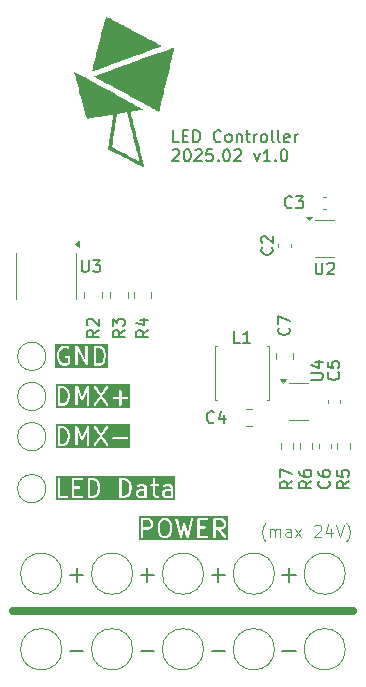
<source format=gbr>
%TF.GenerationSoftware,KiCad,Pcbnew,8.0.8*%
%TF.CreationDate,2025-02-27T22:45:34+01:00*%
%TF.ProjectId,BB_LED_Tube,42425f4c-4544-45f5-9475-62652e6b6963,rev?*%
%TF.SameCoordinates,Original*%
%TF.FileFunction,Legend,Top*%
%TF.FilePolarity,Positive*%
%FSLAX46Y46*%
G04 Gerber Fmt 4.6, Leading zero omitted, Abs format (unit mm)*
G04 Created by KiCad (PCBNEW 8.0.8) date 2025-02-27 22:45:34*
%MOMM*%
%LPD*%
G01*
G04 APERTURE LIST*
%ADD10C,0.700000*%
%ADD11C,0.200000*%
%ADD12C,0.100000*%
%ADD13C,0.150000*%
%ADD14C,0.120000*%
%ADD15C,0.000000*%
G04 APERTURE END LIST*
D10*
X57200000Y-132715000D02*
X86000000Y-132715000D01*
D11*
G36*
X61606129Y-117257359D02*
G01*
X61720819Y-117372048D01*
X61780084Y-117490576D01*
X61845863Y-117753693D01*
X61845863Y-117943362D01*
X61780084Y-118206479D01*
X61720819Y-118325007D01*
X61606130Y-118439696D01*
X61429636Y-118498528D01*
X61188720Y-118498528D01*
X61188720Y-117198528D01*
X61429636Y-117198528D01*
X61606129Y-117257359D01*
G37*
G36*
X67139181Y-118865195D02*
G01*
X60822053Y-118865195D01*
X60822053Y-117098528D01*
X60988720Y-117098528D01*
X60988720Y-118598528D01*
X60990641Y-118618037D01*
X61005573Y-118654085D01*
X61033163Y-118681675D01*
X61069211Y-118696607D01*
X61088720Y-118698528D01*
X61445863Y-118698528D01*
X61455736Y-118697555D01*
X61458370Y-118697743D01*
X61461833Y-118696955D01*
X61465372Y-118696607D01*
X61467814Y-118695595D01*
X61477486Y-118693396D01*
X61691771Y-118621968D01*
X61709672Y-118613977D01*
X61712387Y-118611621D01*
X61715707Y-118610247D01*
X61730860Y-118597810D01*
X61873717Y-118454952D01*
X61880007Y-118447287D01*
X61882006Y-118445554D01*
X61883902Y-118442541D01*
X61886153Y-118439799D01*
X61887162Y-118437362D01*
X61892449Y-118428964D01*
X61963878Y-118286107D01*
X61964424Y-118284678D01*
X61964854Y-118284099D01*
X61967772Y-118275928D01*
X61970884Y-118267798D01*
X61970935Y-118267075D01*
X61971449Y-118265638D01*
X62042877Y-117979925D01*
X62043377Y-117976543D01*
X62043942Y-117975180D01*
X62044665Y-117967829D01*
X62045745Y-117960532D01*
X62045527Y-117959073D01*
X62045863Y-117955671D01*
X62045863Y-117741385D01*
X62045527Y-117737982D01*
X62045745Y-117736524D01*
X62044665Y-117729226D01*
X62043942Y-117721876D01*
X62043377Y-117720512D01*
X62042877Y-117717131D01*
X61971449Y-117431418D01*
X61970935Y-117429980D01*
X61970884Y-117429258D01*
X61967772Y-117421127D01*
X61964854Y-117412957D01*
X61964424Y-117412377D01*
X61963878Y-117410949D01*
X61892449Y-117268092D01*
X61887163Y-117259694D01*
X61886153Y-117257256D01*
X61883900Y-117254511D01*
X61882006Y-117251502D01*
X61880008Y-117249769D01*
X61873716Y-117242103D01*
X61730860Y-117099246D01*
X61729985Y-117098528D01*
X62488720Y-117098528D01*
X62488720Y-118598528D01*
X62490641Y-118618037D01*
X62505573Y-118654085D01*
X62533163Y-118681675D01*
X62569211Y-118696607D01*
X62608229Y-118696607D01*
X62644277Y-118681675D01*
X62671867Y-118654085D01*
X62686799Y-118618037D01*
X62688720Y-118598528D01*
X62688720Y-117549284D01*
X62998102Y-118212246D01*
X63002334Y-118219391D01*
X63003214Y-118221809D01*
X63004779Y-118223518D01*
X63008093Y-118229112D01*
X63019303Y-118239378D01*
X63029565Y-118250584D01*
X63033590Y-118252462D01*
X63036868Y-118255464D01*
X63051150Y-118260657D01*
X63064923Y-118267085D01*
X63069362Y-118267280D01*
X63073537Y-118268798D01*
X63088720Y-118268130D01*
X63103903Y-118268798D01*
X63108076Y-118267280D01*
X63112518Y-118267085D01*
X63126302Y-118260652D01*
X63140572Y-118255463D01*
X63143845Y-118252465D01*
X63147875Y-118250585D01*
X63158147Y-118239368D01*
X63169347Y-118229112D01*
X63172656Y-118223524D01*
X63174227Y-118221810D01*
X63175108Y-118219385D01*
X63179338Y-118212246D01*
X63488720Y-117549283D01*
X63488720Y-118598528D01*
X63490641Y-118618037D01*
X63505573Y-118654085D01*
X63533163Y-118681675D01*
X63569211Y-118696607D01*
X63608229Y-118696607D01*
X63644277Y-118681675D01*
X63671867Y-118654085D01*
X63686799Y-118618037D01*
X63688720Y-118598528D01*
X63688720Y-117098528D01*
X63688710Y-117098423D01*
X64060149Y-117098423D01*
X64067721Y-117136700D01*
X64076944Y-117153998D01*
X64539964Y-117848528D01*
X64076944Y-118543058D01*
X64067721Y-118560356D01*
X64060149Y-118598633D01*
X64067801Y-118636893D01*
X64089512Y-118669313D01*
X64121977Y-118690956D01*
X64160254Y-118698528D01*
X64198514Y-118690876D01*
X64230934Y-118669165D01*
X64243354Y-118653998D01*
X64660149Y-118028805D01*
X65076944Y-118653998D01*
X65089364Y-118669165D01*
X65121784Y-118690876D01*
X65160045Y-118698528D01*
X65198321Y-118690957D01*
X65230786Y-118669313D01*
X65252497Y-118636893D01*
X65260149Y-118598633D01*
X65252578Y-118560356D01*
X65243354Y-118543058D01*
X64886376Y-118007591D01*
X65633498Y-118007591D01*
X65633498Y-118046609D01*
X65648430Y-118082657D01*
X65676020Y-118110247D01*
X65712068Y-118125179D01*
X65731577Y-118127100D01*
X66874435Y-118127100D01*
X66893944Y-118125179D01*
X66929992Y-118110247D01*
X66957582Y-118082657D01*
X66972514Y-118046609D01*
X66972514Y-118007591D01*
X66957582Y-117971543D01*
X66929992Y-117943953D01*
X66893944Y-117929021D01*
X66874435Y-117927100D01*
X65731577Y-117927100D01*
X65712068Y-117929021D01*
X65676020Y-117943953D01*
X65648430Y-117971543D01*
X65633498Y-118007591D01*
X64886376Y-118007591D01*
X64780334Y-117848528D01*
X65243354Y-117153998D01*
X65252578Y-117136700D01*
X65260149Y-117098423D01*
X65252497Y-117060163D01*
X65230786Y-117027743D01*
X65198321Y-117006099D01*
X65160045Y-116998528D01*
X65121784Y-117006180D01*
X65089364Y-117027891D01*
X65076944Y-117043058D01*
X64660149Y-117668250D01*
X64243354Y-117043058D01*
X64230934Y-117027891D01*
X64198514Y-117006180D01*
X64160254Y-116998528D01*
X64121977Y-117006100D01*
X64089512Y-117027743D01*
X64067801Y-117060163D01*
X64060149Y-117098423D01*
X63688710Y-117098423D01*
X63687457Y-117085704D01*
X63687561Y-117083344D01*
X63687100Y-117082076D01*
X63686799Y-117079019D01*
X63680161Y-117062995D01*
X63674227Y-117046675D01*
X63672719Y-117045028D01*
X63671867Y-117042971D01*
X63659609Y-117030713D01*
X63647875Y-117017900D01*
X63645851Y-117016955D01*
X63644277Y-117015381D01*
X63628261Y-117008746D01*
X63612518Y-117001400D01*
X63610288Y-117001302D01*
X63608229Y-117000449D01*
X63590877Y-117000449D01*
X63573537Y-116999687D01*
X63571441Y-117000449D01*
X63569211Y-117000449D01*
X63553180Y-117007089D01*
X63536868Y-117013021D01*
X63535222Y-117014527D01*
X63533163Y-117015381D01*
X63520895Y-117027648D01*
X63508093Y-117039373D01*
X63506526Y-117042017D01*
X63505573Y-117042971D01*
X63504669Y-117045152D01*
X63498102Y-117056239D01*
X63088719Y-117933486D01*
X62679338Y-117056239D01*
X62672770Y-117045152D01*
X62671867Y-117042971D01*
X62670913Y-117042017D01*
X62669347Y-117039373D01*
X62656550Y-117027654D01*
X62644277Y-117015381D01*
X62642215Y-117014527D01*
X62640572Y-117013022D01*
X62624270Y-117007093D01*
X62608229Y-117000449D01*
X62605998Y-117000449D01*
X62603903Y-116999687D01*
X62586563Y-117000449D01*
X62569211Y-117000449D01*
X62567151Y-117001302D01*
X62564923Y-117001400D01*
X62549192Y-117008741D01*
X62533163Y-117015381D01*
X62531586Y-117016957D01*
X62529565Y-117017901D01*
X62517846Y-117030697D01*
X62505573Y-117042971D01*
X62504719Y-117045032D01*
X62503214Y-117046676D01*
X62497285Y-117062977D01*
X62490641Y-117079019D01*
X62490339Y-117082077D01*
X62489879Y-117083345D01*
X62489982Y-117085704D01*
X62488720Y-117098528D01*
X61729985Y-117098528D01*
X61715706Y-117086810D01*
X61712387Y-117085435D01*
X61709672Y-117083080D01*
X61691772Y-117075089D01*
X61477486Y-117003660D01*
X61467813Y-117001460D01*
X61465372Y-117000449D01*
X61461834Y-117000100D01*
X61458371Y-116999313D01*
X61455736Y-116999500D01*
X61445863Y-116998528D01*
X61088720Y-116998528D01*
X61069211Y-117000449D01*
X61033163Y-117015381D01*
X61005573Y-117042971D01*
X60990641Y-117079019D01*
X60988720Y-117098528D01*
X60822053Y-117098528D01*
X60822053Y-116831861D01*
X67139181Y-116831861D01*
X67139181Y-118865195D01*
G37*
X74028571Y-136027100D02*
X75171429Y-136027100D01*
G36*
X64177558Y-121657359D02*
G01*
X64292248Y-121772048D01*
X64351513Y-121890576D01*
X64417292Y-122153693D01*
X64417292Y-122343362D01*
X64351513Y-122606479D01*
X64292248Y-122725007D01*
X64177559Y-122839696D01*
X64001065Y-122898528D01*
X63760149Y-122898528D01*
X63760149Y-121598528D01*
X64001065Y-121598528D01*
X64177558Y-121657359D01*
G37*
G36*
X66820415Y-121657359D02*
G01*
X66935105Y-121772048D01*
X66994370Y-121890576D01*
X67060149Y-122153693D01*
X67060149Y-122343362D01*
X66994370Y-122606479D01*
X66935105Y-122725007D01*
X66820416Y-122839696D01*
X66643922Y-122898528D01*
X66403006Y-122898528D01*
X66403006Y-121598528D01*
X66643922Y-121598528D01*
X66820415Y-121657359D01*
G37*
G36*
X68345864Y-122865296D02*
G01*
X68279399Y-122898528D01*
X67969471Y-122898528D01*
X67877541Y-122852564D01*
X67831578Y-122760635D01*
X67831578Y-122664991D01*
X67877541Y-122573063D01*
X67969471Y-122527100D01*
X68303006Y-122527100D01*
X68322515Y-122525179D01*
X68325835Y-122523803D01*
X68329419Y-122523549D01*
X68345864Y-122517255D01*
X68345864Y-122865296D01*
G37*
G36*
X70560150Y-122865296D02*
G01*
X70493685Y-122898528D01*
X70183757Y-122898528D01*
X70091827Y-122852564D01*
X70045864Y-122760635D01*
X70045864Y-122664991D01*
X70091827Y-122573063D01*
X70183757Y-122527100D01*
X70517292Y-122527100D01*
X70536801Y-122525179D01*
X70540121Y-122523803D01*
X70543705Y-122523549D01*
X70560150Y-122517255D01*
X70560150Y-122865296D01*
G37*
G36*
X70926817Y-123265195D02*
G01*
X60822053Y-123265195D01*
X60822053Y-121498528D01*
X60988720Y-121498528D01*
X60988720Y-122998528D01*
X60990641Y-123018037D01*
X61005573Y-123054085D01*
X61033163Y-123081675D01*
X61069211Y-123096607D01*
X61088720Y-123098528D01*
X61803006Y-123098528D01*
X61822515Y-123096607D01*
X61858563Y-123081675D01*
X61886153Y-123054085D01*
X61901085Y-123018037D01*
X61901085Y-122979019D01*
X61886153Y-122942971D01*
X61858563Y-122915381D01*
X61822515Y-122900449D01*
X61803006Y-122898528D01*
X61188720Y-122898528D01*
X61188720Y-121498528D01*
X62203006Y-121498528D01*
X62203006Y-122998528D01*
X62204927Y-123018037D01*
X62219859Y-123054085D01*
X62247449Y-123081675D01*
X62283497Y-123096607D01*
X62303006Y-123098528D01*
X63017292Y-123098528D01*
X63036801Y-123096607D01*
X63072849Y-123081675D01*
X63100439Y-123054085D01*
X63115371Y-123018037D01*
X63115371Y-122979019D01*
X63100439Y-122942971D01*
X63072849Y-122915381D01*
X63036801Y-122900449D01*
X63017292Y-122898528D01*
X62403006Y-122898528D01*
X62403006Y-122312814D01*
X62803006Y-122312814D01*
X62822515Y-122310893D01*
X62858563Y-122295961D01*
X62886153Y-122268371D01*
X62901085Y-122232323D01*
X62901085Y-122193305D01*
X62886153Y-122157257D01*
X62858563Y-122129667D01*
X62822515Y-122114735D01*
X62803006Y-122112814D01*
X62403006Y-122112814D01*
X62403006Y-121598528D01*
X63017292Y-121598528D01*
X63036801Y-121596607D01*
X63072849Y-121581675D01*
X63100439Y-121554085D01*
X63115371Y-121518037D01*
X63115371Y-121498528D01*
X63560149Y-121498528D01*
X63560149Y-122998528D01*
X63562070Y-123018037D01*
X63577002Y-123054085D01*
X63604592Y-123081675D01*
X63640640Y-123096607D01*
X63660149Y-123098528D01*
X64017292Y-123098528D01*
X64027165Y-123097555D01*
X64029799Y-123097743D01*
X64033262Y-123096955D01*
X64036801Y-123096607D01*
X64039243Y-123095595D01*
X64048915Y-123093396D01*
X64263200Y-123021968D01*
X64281101Y-123013977D01*
X64283816Y-123011621D01*
X64287136Y-123010247D01*
X64302289Y-122997810D01*
X64445146Y-122854952D01*
X64451436Y-122847287D01*
X64453435Y-122845554D01*
X64455331Y-122842541D01*
X64457582Y-122839799D01*
X64458591Y-122837362D01*
X64463878Y-122828964D01*
X64535307Y-122686107D01*
X64535853Y-122684678D01*
X64536283Y-122684099D01*
X64539201Y-122675928D01*
X64542313Y-122667798D01*
X64542364Y-122667075D01*
X64542878Y-122665638D01*
X64614306Y-122379925D01*
X64614806Y-122376543D01*
X64615371Y-122375180D01*
X64616094Y-122367829D01*
X64617174Y-122360532D01*
X64616956Y-122359073D01*
X64617292Y-122355671D01*
X64617292Y-122141385D01*
X64616956Y-122137982D01*
X64617174Y-122136524D01*
X64616094Y-122129226D01*
X64615371Y-122121876D01*
X64614806Y-122120512D01*
X64614306Y-122117131D01*
X64542878Y-121831418D01*
X64542364Y-121829980D01*
X64542313Y-121829258D01*
X64539201Y-121821127D01*
X64536283Y-121812957D01*
X64535853Y-121812377D01*
X64535307Y-121810949D01*
X64463878Y-121668092D01*
X64458592Y-121659694D01*
X64457582Y-121657256D01*
X64455329Y-121654511D01*
X64453435Y-121651502D01*
X64451437Y-121649769D01*
X64445145Y-121642103D01*
X64302289Y-121499246D01*
X64301414Y-121498528D01*
X66203006Y-121498528D01*
X66203006Y-122998528D01*
X66204927Y-123018037D01*
X66219859Y-123054085D01*
X66247449Y-123081675D01*
X66283497Y-123096607D01*
X66303006Y-123098528D01*
X66660149Y-123098528D01*
X66670022Y-123097555D01*
X66672656Y-123097743D01*
X66676119Y-123096955D01*
X66679658Y-123096607D01*
X66682100Y-123095595D01*
X66691772Y-123093396D01*
X66906057Y-123021968D01*
X66923958Y-123013977D01*
X66926673Y-123011621D01*
X66929993Y-123010247D01*
X66945146Y-122997810D01*
X67088003Y-122854952D01*
X67094293Y-122847287D01*
X67096292Y-122845554D01*
X67098188Y-122842541D01*
X67100439Y-122839799D01*
X67101448Y-122837362D01*
X67106735Y-122828964D01*
X67178164Y-122686107D01*
X67178710Y-122684678D01*
X67179140Y-122684099D01*
X67182058Y-122675928D01*
X67185170Y-122667798D01*
X67185221Y-122667075D01*
X67185735Y-122665638D01*
X67191798Y-122641385D01*
X67631578Y-122641385D01*
X67631578Y-122784242D01*
X67633499Y-122803751D01*
X67634874Y-122807071D01*
X67635129Y-122810654D01*
X67642135Y-122828963D01*
X67713563Y-122971821D01*
X67715616Y-122975083D01*
X67716130Y-122976624D01*
X67717793Y-122978541D01*
X67724006Y-122988412D01*
X67733480Y-122996628D01*
X67741695Y-123006100D01*
X67751566Y-123012313D01*
X67753483Y-123013976D01*
X67755022Y-123014489D01*
X67758285Y-123016543D01*
X67901143Y-123087971D01*
X67919452Y-123094978D01*
X67923037Y-123095232D01*
X67926355Y-123096607D01*
X67945864Y-123098528D01*
X68303006Y-123098528D01*
X68322515Y-123096607D01*
X68325835Y-123095231D01*
X68329418Y-123094977D01*
X68347727Y-123087971D01*
X68380311Y-123071679D01*
X68390307Y-123081675D01*
X68426355Y-123096607D01*
X68465373Y-123096607D01*
X68501421Y-123081675D01*
X68529011Y-123054085D01*
X68543943Y-123018037D01*
X68545864Y-122998528D01*
X68545864Y-122212814D01*
X68543943Y-122193305D01*
X68542567Y-122189984D01*
X68542313Y-122186401D01*
X68535307Y-122168092D01*
X68463878Y-122025235D01*
X68461823Y-122021970D01*
X68461311Y-122020434D01*
X68459651Y-122018519D01*
X68453435Y-122008645D01*
X68443962Y-122000429D01*
X68435747Y-121990957D01*
X68425873Y-121984742D01*
X68423958Y-121983081D01*
X68422419Y-121982568D01*
X68419156Y-121980514D01*
X68416166Y-121979019D01*
X68847785Y-121979019D01*
X68847785Y-122018037D01*
X68862717Y-122054085D01*
X68890307Y-122081675D01*
X68926355Y-122096607D01*
X68945864Y-122098528D01*
X69060149Y-122098528D01*
X69060149Y-122784242D01*
X69062070Y-122803751D01*
X69063445Y-122807071D01*
X69063700Y-122810655D01*
X69070706Y-122828963D01*
X69142135Y-122971821D01*
X69144189Y-122975084D01*
X69144702Y-122976623D01*
X69146363Y-122978538D01*
X69152578Y-122988412D01*
X69162053Y-122996629D01*
X69170267Y-123006100D01*
X69180138Y-123012313D01*
X69182055Y-123013976D01*
X69183593Y-123014489D01*
X69186857Y-123016543D01*
X69329714Y-123087971D01*
X69348023Y-123094977D01*
X69351605Y-123095231D01*
X69354926Y-123096607D01*
X69374435Y-123098528D01*
X69517292Y-123098528D01*
X69536801Y-123096607D01*
X69572849Y-123081675D01*
X69600439Y-123054085D01*
X69615371Y-123018037D01*
X69615371Y-122979019D01*
X69600439Y-122942971D01*
X69572849Y-122915381D01*
X69536801Y-122900449D01*
X69517292Y-122898528D01*
X69398042Y-122898528D01*
X69306113Y-122852564D01*
X69260149Y-122760635D01*
X69260149Y-122641385D01*
X69845864Y-122641385D01*
X69845864Y-122784242D01*
X69847785Y-122803751D01*
X69849160Y-122807071D01*
X69849415Y-122810654D01*
X69856421Y-122828963D01*
X69927849Y-122971821D01*
X69929902Y-122975083D01*
X69930416Y-122976624D01*
X69932079Y-122978541D01*
X69938292Y-122988412D01*
X69947766Y-122996628D01*
X69955981Y-123006100D01*
X69965852Y-123012313D01*
X69967769Y-123013976D01*
X69969308Y-123014489D01*
X69972571Y-123016543D01*
X70115429Y-123087971D01*
X70133738Y-123094978D01*
X70137323Y-123095232D01*
X70140641Y-123096607D01*
X70160150Y-123098528D01*
X70517292Y-123098528D01*
X70536801Y-123096607D01*
X70540121Y-123095231D01*
X70543704Y-123094977D01*
X70562013Y-123087971D01*
X70594597Y-123071679D01*
X70604593Y-123081675D01*
X70640641Y-123096607D01*
X70679659Y-123096607D01*
X70715707Y-123081675D01*
X70743297Y-123054085D01*
X70758229Y-123018037D01*
X70760150Y-122998528D01*
X70760150Y-122212814D01*
X70758229Y-122193305D01*
X70756853Y-122189984D01*
X70756599Y-122186401D01*
X70749593Y-122168092D01*
X70678164Y-122025235D01*
X70676109Y-122021970D01*
X70675597Y-122020434D01*
X70673937Y-122018519D01*
X70667721Y-122008645D01*
X70658248Y-122000429D01*
X70650033Y-121990957D01*
X70640159Y-121984742D01*
X70638244Y-121983081D01*
X70636705Y-121982568D01*
X70633442Y-121980514D01*
X70490586Y-121909085D01*
X70472277Y-121902079D01*
X70468693Y-121901824D01*
X70465373Y-121900449D01*
X70445864Y-121898528D01*
X70160150Y-121898528D01*
X70140641Y-121900449D01*
X70137320Y-121901824D01*
X70133737Y-121902079D01*
X70115429Y-121909085D01*
X69972571Y-121980514D01*
X69955980Y-121990957D01*
X69930416Y-122020434D01*
X69918077Y-122057450D01*
X69920843Y-122096370D01*
X69938292Y-122131269D01*
X69967769Y-122156833D01*
X70004785Y-122169172D01*
X70043705Y-122166406D01*
X70062013Y-122159400D01*
X70183757Y-122098528D01*
X70422256Y-122098528D01*
X70514185Y-122144493D01*
X70560150Y-122236421D01*
X70560150Y-122293867D01*
X70493685Y-122327100D01*
X70160150Y-122327100D01*
X70140641Y-122329021D01*
X70137323Y-122330395D01*
X70133738Y-122330650D01*
X70115429Y-122337657D01*
X69972571Y-122409085D01*
X69969307Y-122411138D01*
X69967769Y-122411652D01*
X69965852Y-122413314D01*
X69955981Y-122419528D01*
X69947766Y-122428999D01*
X69938292Y-122437216D01*
X69932079Y-122447086D01*
X69930416Y-122449004D01*
X69929902Y-122450544D01*
X69927849Y-122453807D01*
X69856421Y-122596664D01*
X69849415Y-122614972D01*
X69849160Y-122618555D01*
X69847785Y-122621876D01*
X69845864Y-122641385D01*
X69260149Y-122641385D01*
X69260149Y-122098528D01*
X69517292Y-122098528D01*
X69536801Y-122096607D01*
X69572849Y-122081675D01*
X69600439Y-122054085D01*
X69615371Y-122018037D01*
X69615371Y-121979019D01*
X69600439Y-121942971D01*
X69572849Y-121915381D01*
X69536801Y-121900449D01*
X69517292Y-121898528D01*
X69260149Y-121898528D01*
X69260149Y-121498528D01*
X69258228Y-121479019D01*
X69243296Y-121442971D01*
X69215706Y-121415381D01*
X69179658Y-121400449D01*
X69140640Y-121400449D01*
X69104592Y-121415381D01*
X69077002Y-121442971D01*
X69062070Y-121479019D01*
X69060149Y-121498528D01*
X69060149Y-121898528D01*
X68945864Y-121898528D01*
X68926355Y-121900449D01*
X68890307Y-121915381D01*
X68862717Y-121942971D01*
X68847785Y-121979019D01*
X68416166Y-121979019D01*
X68276300Y-121909085D01*
X68257991Y-121902079D01*
X68254407Y-121901824D01*
X68251087Y-121900449D01*
X68231578Y-121898528D01*
X67945864Y-121898528D01*
X67926355Y-121900449D01*
X67923034Y-121901824D01*
X67919451Y-121902079D01*
X67901143Y-121909085D01*
X67758285Y-121980514D01*
X67741694Y-121990957D01*
X67716130Y-122020434D01*
X67703791Y-122057450D01*
X67706557Y-122096370D01*
X67724006Y-122131269D01*
X67753483Y-122156833D01*
X67790499Y-122169172D01*
X67829419Y-122166406D01*
X67847727Y-122159400D01*
X67969471Y-122098528D01*
X68207970Y-122098528D01*
X68299899Y-122144493D01*
X68345864Y-122236421D01*
X68345864Y-122293867D01*
X68279399Y-122327100D01*
X67945864Y-122327100D01*
X67926355Y-122329021D01*
X67923037Y-122330395D01*
X67919452Y-122330650D01*
X67901143Y-122337657D01*
X67758285Y-122409085D01*
X67755021Y-122411138D01*
X67753483Y-122411652D01*
X67751566Y-122413314D01*
X67741695Y-122419528D01*
X67733480Y-122428999D01*
X67724006Y-122437216D01*
X67717793Y-122447086D01*
X67716130Y-122449004D01*
X67715616Y-122450544D01*
X67713563Y-122453807D01*
X67642135Y-122596664D01*
X67635129Y-122614972D01*
X67634874Y-122618555D01*
X67633499Y-122621876D01*
X67631578Y-122641385D01*
X67191798Y-122641385D01*
X67257163Y-122379925D01*
X67257663Y-122376543D01*
X67258228Y-122375180D01*
X67258951Y-122367829D01*
X67260031Y-122360532D01*
X67259813Y-122359073D01*
X67260149Y-122355671D01*
X67260149Y-122141385D01*
X67259813Y-122137982D01*
X67260031Y-122136524D01*
X67258951Y-122129226D01*
X67258228Y-122121876D01*
X67257663Y-122120512D01*
X67257163Y-122117131D01*
X67185735Y-121831418D01*
X67185221Y-121829980D01*
X67185170Y-121829258D01*
X67182058Y-121821127D01*
X67179140Y-121812957D01*
X67178710Y-121812377D01*
X67178164Y-121810949D01*
X67106735Y-121668092D01*
X67101449Y-121659694D01*
X67100439Y-121657256D01*
X67098186Y-121654511D01*
X67096292Y-121651502D01*
X67094294Y-121649769D01*
X67088002Y-121642103D01*
X66945146Y-121499246D01*
X66929992Y-121486810D01*
X66926673Y-121485435D01*
X66923958Y-121483080D01*
X66906058Y-121475089D01*
X66691772Y-121403660D01*
X66682099Y-121401460D01*
X66679658Y-121400449D01*
X66676120Y-121400100D01*
X66672657Y-121399313D01*
X66670022Y-121399500D01*
X66660149Y-121398528D01*
X66303006Y-121398528D01*
X66283497Y-121400449D01*
X66247449Y-121415381D01*
X66219859Y-121442971D01*
X66204927Y-121479019D01*
X66203006Y-121498528D01*
X64301414Y-121498528D01*
X64287135Y-121486810D01*
X64283816Y-121485435D01*
X64281101Y-121483080D01*
X64263201Y-121475089D01*
X64048915Y-121403660D01*
X64039242Y-121401460D01*
X64036801Y-121400449D01*
X64033263Y-121400100D01*
X64029800Y-121399313D01*
X64027165Y-121399500D01*
X64017292Y-121398528D01*
X63660149Y-121398528D01*
X63640640Y-121400449D01*
X63604592Y-121415381D01*
X63577002Y-121442971D01*
X63562070Y-121479019D01*
X63560149Y-121498528D01*
X63115371Y-121498528D01*
X63115371Y-121479019D01*
X63100439Y-121442971D01*
X63072849Y-121415381D01*
X63036801Y-121400449D01*
X63017292Y-121398528D01*
X62303006Y-121398528D01*
X62283497Y-121400449D01*
X62247449Y-121415381D01*
X62219859Y-121442971D01*
X62204927Y-121479019D01*
X62203006Y-121498528D01*
X61188720Y-121498528D01*
X61186799Y-121479019D01*
X61171867Y-121442971D01*
X61144277Y-121415381D01*
X61108229Y-121400449D01*
X61069211Y-121400449D01*
X61033163Y-121415381D01*
X61005573Y-121442971D01*
X60990641Y-121479019D01*
X60988720Y-121498528D01*
X60822053Y-121498528D01*
X60822053Y-121231861D01*
X70926817Y-121231861D01*
X70926817Y-123265195D01*
G37*
X62028571Y-136027100D02*
X63171429Y-136027100D01*
X68028571Y-136027100D02*
X69171429Y-136027100D01*
X71245863Y-92972275D02*
X70769673Y-92972275D01*
X70769673Y-92972275D02*
X70769673Y-91972275D01*
X71579197Y-92448465D02*
X71912530Y-92448465D01*
X72055387Y-92972275D02*
X71579197Y-92972275D01*
X71579197Y-92972275D02*
X71579197Y-91972275D01*
X71579197Y-91972275D02*
X72055387Y-91972275D01*
X72483959Y-92972275D02*
X72483959Y-91972275D01*
X72483959Y-91972275D02*
X72722054Y-91972275D01*
X72722054Y-91972275D02*
X72864911Y-92019894D01*
X72864911Y-92019894D02*
X72960149Y-92115132D01*
X72960149Y-92115132D02*
X73007768Y-92210370D01*
X73007768Y-92210370D02*
X73055387Y-92400846D01*
X73055387Y-92400846D02*
X73055387Y-92543703D01*
X73055387Y-92543703D02*
X73007768Y-92734179D01*
X73007768Y-92734179D02*
X72960149Y-92829417D01*
X72960149Y-92829417D02*
X72864911Y-92924656D01*
X72864911Y-92924656D02*
X72722054Y-92972275D01*
X72722054Y-92972275D02*
X72483959Y-92972275D01*
X74817292Y-92877036D02*
X74769673Y-92924656D01*
X74769673Y-92924656D02*
X74626816Y-92972275D01*
X74626816Y-92972275D02*
X74531578Y-92972275D01*
X74531578Y-92972275D02*
X74388721Y-92924656D01*
X74388721Y-92924656D02*
X74293483Y-92829417D01*
X74293483Y-92829417D02*
X74245864Y-92734179D01*
X74245864Y-92734179D02*
X74198245Y-92543703D01*
X74198245Y-92543703D02*
X74198245Y-92400846D01*
X74198245Y-92400846D02*
X74245864Y-92210370D01*
X74245864Y-92210370D02*
X74293483Y-92115132D01*
X74293483Y-92115132D02*
X74388721Y-92019894D01*
X74388721Y-92019894D02*
X74531578Y-91972275D01*
X74531578Y-91972275D02*
X74626816Y-91972275D01*
X74626816Y-91972275D02*
X74769673Y-92019894D01*
X74769673Y-92019894D02*
X74817292Y-92067513D01*
X75388721Y-92972275D02*
X75293483Y-92924656D01*
X75293483Y-92924656D02*
X75245864Y-92877036D01*
X75245864Y-92877036D02*
X75198245Y-92781798D01*
X75198245Y-92781798D02*
X75198245Y-92496084D01*
X75198245Y-92496084D02*
X75245864Y-92400846D01*
X75245864Y-92400846D02*
X75293483Y-92353227D01*
X75293483Y-92353227D02*
X75388721Y-92305608D01*
X75388721Y-92305608D02*
X75531578Y-92305608D01*
X75531578Y-92305608D02*
X75626816Y-92353227D01*
X75626816Y-92353227D02*
X75674435Y-92400846D01*
X75674435Y-92400846D02*
X75722054Y-92496084D01*
X75722054Y-92496084D02*
X75722054Y-92781798D01*
X75722054Y-92781798D02*
X75674435Y-92877036D01*
X75674435Y-92877036D02*
X75626816Y-92924656D01*
X75626816Y-92924656D02*
X75531578Y-92972275D01*
X75531578Y-92972275D02*
X75388721Y-92972275D01*
X76150626Y-92305608D02*
X76150626Y-92972275D01*
X76150626Y-92400846D02*
X76198245Y-92353227D01*
X76198245Y-92353227D02*
X76293483Y-92305608D01*
X76293483Y-92305608D02*
X76436340Y-92305608D01*
X76436340Y-92305608D02*
X76531578Y-92353227D01*
X76531578Y-92353227D02*
X76579197Y-92448465D01*
X76579197Y-92448465D02*
X76579197Y-92972275D01*
X76912531Y-92305608D02*
X77293483Y-92305608D01*
X77055388Y-91972275D02*
X77055388Y-92829417D01*
X77055388Y-92829417D02*
X77103007Y-92924656D01*
X77103007Y-92924656D02*
X77198245Y-92972275D01*
X77198245Y-92972275D02*
X77293483Y-92972275D01*
X77626817Y-92972275D02*
X77626817Y-92305608D01*
X77626817Y-92496084D02*
X77674436Y-92400846D01*
X77674436Y-92400846D02*
X77722055Y-92353227D01*
X77722055Y-92353227D02*
X77817293Y-92305608D01*
X77817293Y-92305608D02*
X77912531Y-92305608D01*
X78388722Y-92972275D02*
X78293484Y-92924656D01*
X78293484Y-92924656D02*
X78245865Y-92877036D01*
X78245865Y-92877036D02*
X78198246Y-92781798D01*
X78198246Y-92781798D02*
X78198246Y-92496084D01*
X78198246Y-92496084D02*
X78245865Y-92400846D01*
X78245865Y-92400846D02*
X78293484Y-92353227D01*
X78293484Y-92353227D02*
X78388722Y-92305608D01*
X78388722Y-92305608D02*
X78531579Y-92305608D01*
X78531579Y-92305608D02*
X78626817Y-92353227D01*
X78626817Y-92353227D02*
X78674436Y-92400846D01*
X78674436Y-92400846D02*
X78722055Y-92496084D01*
X78722055Y-92496084D02*
X78722055Y-92781798D01*
X78722055Y-92781798D02*
X78674436Y-92877036D01*
X78674436Y-92877036D02*
X78626817Y-92924656D01*
X78626817Y-92924656D02*
X78531579Y-92972275D01*
X78531579Y-92972275D02*
X78388722Y-92972275D01*
X79293484Y-92972275D02*
X79198246Y-92924656D01*
X79198246Y-92924656D02*
X79150627Y-92829417D01*
X79150627Y-92829417D02*
X79150627Y-91972275D01*
X79817294Y-92972275D02*
X79722056Y-92924656D01*
X79722056Y-92924656D02*
X79674437Y-92829417D01*
X79674437Y-92829417D02*
X79674437Y-91972275D01*
X80579199Y-92924656D02*
X80483961Y-92972275D01*
X80483961Y-92972275D02*
X80293485Y-92972275D01*
X80293485Y-92972275D02*
X80198247Y-92924656D01*
X80198247Y-92924656D02*
X80150628Y-92829417D01*
X80150628Y-92829417D02*
X80150628Y-92448465D01*
X80150628Y-92448465D02*
X80198247Y-92353227D01*
X80198247Y-92353227D02*
X80293485Y-92305608D01*
X80293485Y-92305608D02*
X80483961Y-92305608D01*
X80483961Y-92305608D02*
X80579199Y-92353227D01*
X80579199Y-92353227D02*
X80626818Y-92448465D01*
X80626818Y-92448465D02*
X80626818Y-92543703D01*
X80626818Y-92543703D02*
X80150628Y-92638941D01*
X81055390Y-92972275D02*
X81055390Y-92305608D01*
X81055390Y-92496084D02*
X81103009Y-92400846D01*
X81103009Y-92400846D02*
X81150628Y-92353227D01*
X81150628Y-92353227D02*
X81245866Y-92305608D01*
X81245866Y-92305608D02*
X81341104Y-92305608D01*
X70722054Y-93677457D02*
X70769673Y-93629838D01*
X70769673Y-93629838D02*
X70864911Y-93582219D01*
X70864911Y-93582219D02*
X71103006Y-93582219D01*
X71103006Y-93582219D02*
X71198244Y-93629838D01*
X71198244Y-93629838D02*
X71245863Y-93677457D01*
X71245863Y-93677457D02*
X71293482Y-93772695D01*
X71293482Y-93772695D02*
X71293482Y-93867933D01*
X71293482Y-93867933D02*
X71245863Y-94010790D01*
X71245863Y-94010790D02*
X70674435Y-94582219D01*
X70674435Y-94582219D02*
X71293482Y-94582219D01*
X71912530Y-93582219D02*
X72007768Y-93582219D01*
X72007768Y-93582219D02*
X72103006Y-93629838D01*
X72103006Y-93629838D02*
X72150625Y-93677457D01*
X72150625Y-93677457D02*
X72198244Y-93772695D01*
X72198244Y-93772695D02*
X72245863Y-93963171D01*
X72245863Y-93963171D02*
X72245863Y-94201266D01*
X72245863Y-94201266D02*
X72198244Y-94391742D01*
X72198244Y-94391742D02*
X72150625Y-94486980D01*
X72150625Y-94486980D02*
X72103006Y-94534600D01*
X72103006Y-94534600D02*
X72007768Y-94582219D01*
X72007768Y-94582219D02*
X71912530Y-94582219D01*
X71912530Y-94582219D02*
X71817292Y-94534600D01*
X71817292Y-94534600D02*
X71769673Y-94486980D01*
X71769673Y-94486980D02*
X71722054Y-94391742D01*
X71722054Y-94391742D02*
X71674435Y-94201266D01*
X71674435Y-94201266D02*
X71674435Y-93963171D01*
X71674435Y-93963171D02*
X71722054Y-93772695D01*
X71722054Y-93772695D02*
X71769673Y-93677457D01*
X71769673Y-93677457D02*
X71817292Y-93629838D01*
X71817292Y-93629838D02*
X71912530Y-93582219D01*
X72626816Y-93677457D02*
X72674435Y-93629838D01*
X72674435Y-93629838D02*
X72769673Y-93582219D01*
X72769673Y-93582219D02*
X73007768Y-93582219D01*
X73007768Y-93582219D02*
X73103006Y-93629838D01*
X73103006Y-93629838D02*
X73150625Y-93677457D01*
X73150625Y-93677457D02*
X73198244Y-93772695D01*
X73198244Y-93772695D02*
X73198244Y-93867933D01*
X73198244Y-93867933D02*
X73150625Y-94010790D01*
X73150625Y-94010790D02*
X72579197Y-94582219D01*
X72579197Y-94582219D02*
X73198244Y-94582219D01*
X74103006Y-93582219D02*
X73626816Y-93582219D01*
X73626816Y-93582219D02*
X73579197Y-94058409D01*
X73579197Y-94058409D02*
X73626816Y-94010790D01*
X73626816Y-94010790D02*
X73722054Y-93963171D01*
X73722054Y-93963171D02*
X73960149Y-93963171D01*
X73960149Y-93963171D02*
X74055387Y-94010790D01*
X74055387Y-94010790D02*
X74103006Y-94058409D01*
X74103006Y-94058409D02*
X74150625Y-94153647D01*
X74150625Y-94153647D02*
X74150625Y-94391742D01*
X74150625Y-94391742D02*
X74103006Y-94486980D01*
X74103006Y-94486980D02*
X74055387Y-94534600D01*
X74055387Y-94534600D02*
X73960149Y-94582219D01*
X73960149Y-94582219D02*
X73722054Y-94582219D01*
X73722054Y-94582219D02*
X73626816Y-94534600D01*
X73626816Y-94534600D02*
X73579197Y-94486980D01*
X74579197Y-94486980D02*
X74626816Y-94534600D01*
X74626816Y-94534600D02*
X74579197Y-94582219D01*
X74579197Y-94582219D02*
X74531578Y-94534600D01*
X74531578Y-94534600D02*
X74579197Y-94486980D01*
X74579197Y-94486980D02*
X74579197Y-94582219D01*
X75245863Y-93582219D02*
X75341101Y-93582219D01*
X75341101Y-93582219D02*
X75436339Y-93629838D01*
X75436339Y-93629838D02*
X75483958Y-93677457D01*
X75483958Y-93677457D02*
X75531577Y-93772695D01*
X75531577Y-93772695D02*
X75579196Y-93963171D01*
X75579196Y-93963171D02*
X75579196Y-94201266D01*
X75579196Y-94201266D02*
X75531577Y-94391742D01*
X75531577Y-94391742D02*
X75483958Y-94486980D01*
X75483958Y-94486980D02*
X75436339Y-94534600D01*
X75436339Y-94534600D02*
X75341101Y-94582219D01*
X75341101Y-94582219D02*
X75245863Y-94582219D01*
X75245863Y-94582219D02*
X75150625Y-94534600D01*
X75150625Y-94534600D02*
X75103006Y-94486980D01*
X75103006Y-94486980D02*
X75055387Y-94391742D01*
X75055387Y-94391742D02*
X75007768Y-94201266D01*
X75007768Y-94201266D02*
X75007768Y-93963171D01*
X75007768Y-93963171D02*
X75055387Y-93772695D01*
X75055387Y-93772695D02*
X75103006Y-93677457D01*
X75103006Y-93677457D02*
X75150625Y-93629838D01*
X75150625Y-93629838D02*
X75245863Y-93582219D01*
X75960149Y-93677457D02*
X76007768Y-93629838D01*
X76007768Y-93629838D02*
X76103006Y-93582219D01*
X76103006Y-93582219D02*
X76341101Y-93582219D01*
X76341101Y-93582219D02*
X76436339Y-93629838D01*
X76436339Y-93629838D02*
X76483958Y-93677457D01*
X76483958Y-93677457D02*
X76531577Y-93772695D01*
X76531577Y-93772695D02*
X76531577Y-93867933D01*
X76531577Y-93867933D02*
X76483958Y-94010790D01*
X76483958Y-94010790D02*
X75912530Y-94582219D01*
X75912530Y-94582219D02*
X76531577Y-94582219D01*
X77626816Y-93915552D02*
X77864911Y-94582219D01*
X77864911Y-94582219D02*
X78103006Y-93915552D01*
X79007768Y-94582219D02*
X78436340Y-94582219D01*
X78722054Y-94582219D02*
X78722054Y-93582219D01*
X78722054Y-93582219D02*
X78626816Y-93725076D01*
X78626816Y-93725076D02*
X78531578Y-93820314D01*
X78531578Y-93820314D02*
X78436340Y-93867933D01*
X79436340Y-94486980D02*
X79483959Y-94534600D01*
X79483959Y-94534600D02*
X79436340Y-94582219D01*
X79436340Y-94582219D02*
X79388721Y-94534600D01*
X79388721Y-94534600D02*
X79436340Y-94486980D01*
X79436340Y-94486980D02*
X79436340Y-94582219D01*
X80103006Y-93582219D02*
X80198244Y-93582219D01*
X80198244Y-93582219D02*
X80293482Y-93629838D01*
X80293482Y-93629838D02*
X80341101Y-93677457D01*
X80341101Y-93677457D02*
X80388720Y-93772695D01*
X80388720Y-93772695D02*
X80436339Y-93963171D01*
X80436339Y-93963171D02*
X80436339Y-94201266D01*
X80436339Y-94201266D02*
X80388720Y-94391742D01*
X80388720Y-94391742D02*
X80341101Y-94486980D01*
X80341101Y-94486980D02*
X80293482Y-94534600D01*
X80293482Y-94534600D02*
X80198244Y-94582219D01*
X80198244Y-94582219D02*
X80103006Y-94582219D01*
X80103006Y-94582219D02*
X80007768Y-94534600D01*
X80007768Y-94534600D02*
X79960149Y-94486980D01*
X79960149Y-94486980D02*
X79912530Y-94391742D01*
X79912530Y-94391742D02*
X79864911Y-94201266D01*
X79864911Y-94201266D02*
X79864911Y-93963171D01*
X79864911Y-93963171D02*
X79912530Y-93772695D01*
X79912530Y-93772695D02*
X79960149Y-93677457D01*
X79960149Y-93677457D02*
X80007768Y-93629838D01*
X80007768Y-93629838D02*
X80103006Y-93582219D01*
D12*
X78589598Y-126768371D02*
X78541979Y-126720752D01*
X78541979Y-126720752D02*
X78446741Y-126577895D01*
X78446741Y-126577895D02*
X78399122Y-126482657D01*
X78399122Y-126482657D02*
X78351503Y-126339800D01*
X78351503Y-126339800D02*
X78303884Y-126101704D01*
X78303884Y-126101704D02*
X78303884Y-125911228D01*
X78303884Y-125911228D02*
X78351503Y-125673133D01*
X78351503Y-125673133D02*
X78399122Y-125530276D01*
X78399122Y-125530276D02*
X78446741Y-125435038D01*
X78446741Y-125435038D02*
X78541979Y-125292180D01*
X78541979Y-125292180D02*
X78589598Y-125244561D01*
X78970551Y-126387419D02*
X78970551Y-125720752D01*
X78970551Y-125815990D02*
X79018170Y-125768371D01*
X79018170Y-125768371D02*
X79113408Y-125720752D01*
X79113408Y-125720752D02*
X79256265Y-125720752D01*
X79256265Y-125720752D02*
X79351503Y-125768371D01*
X79351503Y-125768371D02*
X79399122Y-125863609D01*
X79399122Y-125863609D02*
X79399122Y-126387419D01*
X79399122Y-125863609D02*
X79446741Y-125768371D01*
X79446741Y-125768371D02*
X79541979Y-125720752D01*
X79541979Y-125720752D02*
X79684836Y-125720752D01*
X79684836Y-125720752D02*
X79780075Y-125768371D01*
X79780075Y-125768371D02*
X79827694Y-125863609D01*
X79827694Y-125863609D02*
X79827694Y-126387419D01*
X80732455Y-126387419D02*
X80732455Y-125863609D01*
X80732455Y-125863609D02*
X80684836Y-125768371D01*
X80684836Y-125768371D02*
X80589598Y-125720752D01*
X80589598Y-125720752D02*
X80399122Y-125720752D01*
X80399122Y-125720752D02*
X80303884Y-125768371D01*
X80732455Y-126339800D02*
X80637217Y-126387419D01*
X80637217Y-126387419D02*
X80399122Y-126387419D01*
X80399122Y-126387419D02*
X80303884Y-126339800D01*
X80303884Y-126339800D02*
X80256265Y-126244561D01*
X80256265Y-126244561D02*
X80256265Y-126149323D01*
X80256265Y-126149323D02*
X80303884Y-126054085D01*
X80303884Y-126054085D02*
X80399122Y-126006466D01*
X80399122Y-126006466D02*
X80637217Y-126006466D01*
X80637217Y-126006466D02*
X80732455Y-125958847D01*
X81113408Y-126387419D02*
X81637217Y-125720752D01*
X81113408Y-125720752D02*
X81637217Y-126387419D01*
X82732456Y-125482657D02*
X82780075Y-125435038D01*
X82780075Y-125435038D02*
X82875313Y-125387419D01*
X82875313Y-125387419D02*
X83113408Y-125387419D01*
X83113408Y-125387419D02*
X83208646Y-125435038D01*
X83208646Y-125435038D02*
X83256265Y-125482657D01*
X83256265Y-125482657D02*
X83303884Y-125577895D01*
X83303884Y-125577895D02*
X83303884Y-125673133D01*
X83303884Y-125673133D02*
X83256265Y-125815990D01*
X83256265Y-125815990D02*
X82684837Y-126387419D01*
X82684837Y-126387419D02*
X83303884Y-126387419D01*
X84161027Y-125720752D02*
X84161027Y-126387419D01*
X83922932Y-125339800D02*
X83684837Y-126054085D01*
X83684837Y-126054085D02*
X84303884Y-126054085D01*
X84541980Y-125387419D02*
X84875313Y-126387419D01*
X84875313Y-126387419D02*
X85208646Y-125387419D01*
X85446742Y-126768371D02*
X85494361Y-126720752D01*
X85494361Y-126720752D02*
X85589599Y-126577895D01*
X85589599Y-126577895D02*
X85637218Y-126482657D01*
X85637218Y-126482657D02*
X85684837Y-126339800D01*
X85684837Y-126339800D02*
X85732456Y-126101704D01*
X85732456Y-126101704D02*
X85732456Y-125911228D01*
X85732456Y-125911228D02*
X85684837Y-125673133D01*
X85684837Y-125673133D02*
X85637218Y-125530276D01*
X85637218Y-125530276D02*
X85589599Y-125435038D01*
X85589599Y-125435038D02*
X85494361Y-125292180D01*
X85494361Y-125292180D02*
X85446742Y-125244561D01*
D11*
X80028571Y-129627100D02*
X81171429Y-129627100D01*
X80600000Y-130198528D02*
X80600000Y-129055671D01*
X68028571Y-129627100D02*
X69171429Y-129627100D01*
X68600000Y-130198528D02*
X68600000Y-129055671D01*
X80028571Y-136027100D02*
X81171429Y-136027100D01*
X62028571Y-129627100D02*
X63171429Y-129627100D01*
X62600000Y-130198528D02*
X62600000Y-129055671D01*
G36*
X70290763Y-125052142D02*
G01*
X70402559Y-125163938D01*
X70464285Y-125410837D01*
X70464285Y-125886218D01*
X70402559Y-126133117D01*
X70290763Y-126244913D01*
X70183535Y-126298528D01*
X69945035Y-126298528D01*
X69837806Y-126244913D01*
X69726009Y-126133116D01*
X69664285Y-125886219D01*
X69664285Y-125410836D01*
X69726009Y-125163938D01*
X69837805Y-125052143D01*
X69945035Y-124998528D01*
X70183534Y-124998528D01*
X70290763Y-125052142D01*
G37*
G36*
X74933623Y-125052144D02*
G01*
X74982100Y-125100620D01*
X75035714Y-125207848D01*
X75035714Y-125374921D01*
X74982100Y-125482148D01*
X74933620Y-125530628D01*
X74826393Y-125584242D01*
X74378571Y-125584242D01*
X74378571Y-124998528D01*
X74826392Y-124998528D01*
X74933623Y-125052144D01*
G37*
G36*
X68790765Y-125052144D02*
G01*
X68839242Y-125100620D01*
X68892856Y-125207848D01*
X68892856Y-125374921D01*
X68839242Y-125482148D01*
X68790762Y-125530628D01*
X68683535Y-125584242D01*
X68235713Y-125584242D01*
X68235713Y-124998528D01*
X68683534Y-124998528D01*
X68790765Y-125052144D01*
G37*
G36*
X75402381Y-126665195D02*
G01*
X67869046Y-126665195D01*
X67869046Y-124898528D01*
X68035713Y-124898528D01*
X68035713Y-126398528D01*
X68037634Y-126418037D01*
X68052566Y-126454085D01*
X68080156Y-126481675D01*
X68116204Y-126496607D01*
X68155222Y-126496607D01*
X68191270Y-126481675D01*
X68218860Y-126454085D01*
X68233792Y-126418037D01*
X68235713Y-126398528D01*
X68235713Y-125784242D01*
X68707142Y-125784242D01*
X68726651Y-125782321D01*
X68729971Y-125780945D01*
X68733555Y-125780691D01*
X68751863Y-125773685D01*
X68894720Y-125702257D01*
X68903118Y-125696970D01*
X68905556Y-125695961D01*
X68908299Y-125693709D01*
X68911311Y-125691814D01*
X68913043Y-125689816D01*
X68920710Y-125683525D01*
X68992139Y-125612096D01*
X68998433Y-125604425D01*
X69000428Y-125602696D01*
X69002321Y-125599688D01*
X69004575Y-125596942D01*
X69005585Y-125594502D01*
X69010871Y-125586106D01*
X69082299Y-125443249D01*
X69089305Y-125424940D01*
X69089559Y-125421357D01*
X69090935Y-125418037D01*
X69092856Y-125398528D01*
X69464285Y-125398528D01*
X69464285Y-125898528D01*
X69464620Y-125901930D01*
X69464403Y-125903389D01*
X69465482Y-125910685D01*
X69466206Y-125918037D01*
X69466771Y-125919401D01*
X69467271Y-125922781D01*
X69538699Y-126208495D01*
X69545294Y-126226956D01*
X69549720Y-126232930D01*
X69552566Y-126239799D01*
X69565002Y-126254953D01*
X69707861Y-126397811D01*
X69715528Y-126404104D01*
X69717260Y-126406100D01*
X69720268Y-126407993D01*
X69723014Y-126410247D01*
X69725453Y-126411257D01*
X69733850Y-126416543D01*
X69876707Y-126487971D01*
X69895016Y-126494977D01*
X69898598Y-126495231D01*
X69901919Y-126496607D01*
X69921428Y-126498528D01*
X70207142Y-126498528D01*
X70226651Y-126496607D01*
X70229971Y-126495231D01*
X70233555Y-126494977D01*
X70251863Y-126487971D01*
X70394720Y-126416543D01*
X70403116Y-126411257D01*
X70405557Y-126410247D01*
X70408302Y-126407993D01*
X70411311Y-126406100D01*
X70413043Y-126404102D01*
X70420710Y-126397810D01*
X70563567Y-126254952D01*
X70576003Y-126239799D01*
X70578848Y-126232930D01*
X70583275Y-126226956D01*
X70589870Y-126208496D01*
X70661299Y-125922782D01*
X70661799Y-125919400D01*
X70662364Y-125918037D01*
X70663087Y-125910688D01*
X70664167Y-125903390D01*
X70663949Y-125901931D01*
X70664285Y-125898528D01*
X70664285Y-125398528D01*
X70663949Y-125395124D01*
X70664167Y-125393666D01*
X70663087Y-125386367D01*
X70662364Y-125379019D01*
X70661799Y-125377655D01*
X70661299Y-125374274D01*
X70589870Y-125088560D01*
X70583275Y-125070100D01*
X70578848Y-125064125D01*
X70576003Y-125057256D01*
X70563566Y-125042103D01*
X70423731Y-124902267D01*
X70964354Y-124902267D01*
X70967004Y-124921690D01*
X71324147Y-126421690D01*
X71326455Y-126428387D01*
X71326774Y-126430785D01*
X71328028Y-126432952D01*
X71330535Y-126440224D01*
X71339050Y-126451990D01*
X71346323Y-126464553D01*
X71350400Y-126467673D01*
X71353410Y-126471833D01*
X71365772Y-126479440D01*
X71377306Y-126488269D01*
X71382269Y-126489592D01*
X71386640Y-126492282D01*
X71400974Y-126494580D01*
X71415007Y-126498322D01*
X71420095Y-126497645D01*
X71425167Y-126498459D01*
X71439301Y-126495093D01*
X71453685Y-126493182D01*
X71458125Y-126490611D01*
X71463124Y-126489421D01*
X71474890Y-126480905D01*
X71487453Y-126473633D01*
X71490573Y-126469555D01*
X71494733Y-126466546D01*
X71502340Y-126454183D01*
X71511169Y-126442650D01*
X71513867Y-126435451D01*
X71515182Y-126433316D01*
X71515565Y-126430922D01*
X71518051Y-126424294D01*
X71707142Y-125715202D01*
X71896233Y-126424294D01*
X71898719Y-126430925D01*
X71899103Y-126433316D01*
X71900416Y-126435450D01*
X71903116Y-126442649D01*
X71911942Y-126454180D01*
X71919552Y-126466546D01*
X71923711Y-126469556D01*
X71926832Y-126473633D01*
X71939394Y-126480905D01*
X71951161Y-126489421D01*
X71956159Y-126490611D01*
X71960600Y-126493182D01*
X71974983Y-126495093D01*
X71989118Y-126498459D01*
X71994189Y-126497645D01*
X71999278Y-126498322D01*
X72013306Y-126494580D01*
X72027645Y-126492282D01*
X72032017Y-126489591D01*
X72036979Y-126488268D01*
X72048506Y-126479444D01*
X72060875Y-126471833D01*
X72063886Y-126467671D01*
X72067962Y-126464552D01*
X72075232Y-126451993D01*
X72083750Y-126440224D01*
X72086256Y-126432952D01*
X72087511Y-126430785D01*
X72087829Y-126428387D01*
X72090138Y-126421690D01*
X72447281Y-124921690D01*
X72449931Y-124902267D01*
X72449332Y-124898528D01*
X72821428Y-124898528D01*
X72821428Y-126398528D01*
X72823349Y-126418037D01*
X72838281Y-126454085D01*
X72865871Y-126481675D01*
X72901919Y-126496607D01*
X72921428Y-126498528D01*
X73635714Y-126498528D01*
X73655223Y-126496607D01*
X73691271Y-126481675D01*
X73718861Y-126454085D01*
X73733793Y-126418037D01*
X73733793Y-126379019D01*
X73718861Y-126342971D01*
X73691271Y-126315381D01*
X73655223Y-126300449D01*
X73635714Y-126298528D01*
X73021428Y-126298528D01*
X73021428Y-125712814D01*
X73421428Y-125712814D01*
X73440937Y-125710893D01*
X73476985Y-125695961D01*
X73504575Y-125668371D01*
X73519507Y-125632323D01*
X73519507Y-125593305D01*
X73504575Y-125557257D01*
X73476985Y-125529667D01*
X73440937Y-125514735D01*
X73421428Y-125512814D01*
X73021428Y-125512814D01*
X73021428Y-124998528D01*
X73635714Y-124998528D01*
X73655223Y-124996607D01*
X73691271Y-124981675D01*
X73718861Y-124954085D01*
X73733793Y-124918037D01*
X73733793Y-124898528D01*
X74178571Y-124898528D01*
X74178571Y-126398528D01*
X74180492Y-126418037D01*
X74195424Y-126454085D01*
X74223014Y-126481675D01*
X74259062Y-126496607D01*
X74298080Y-126496607D01*
X74334128Y-126481675D01*
X74361718Y-126454085D01*
X74376650Y-126418037D01*
X74378571Y-126398528D01*
X74378571Y-125784242D01*
X74583649Y-125784242D01*
X75053791Y-126455874D01*
X75066552Y-126470755D01*
X75099457Y-126491724D01*
X75137882Y-126498504D01*
X75175976Y-126490065D01*
X75207941Y-126467690D01*
X75228910Y-126434785D01*
X75235690Y-126396360D01*
X75227251Y-126358266D01*
X75217637Y-126341182D01*
X74827779Y-125784242D01*
X74850000Y-125784242D01*
X74869509Y-125782321D01*
X74872829Y-125780945D01*
X74876413Y-125780691D01*
X74894721Y-125773685D01*
X75037578Y-125702257D01*
X75045976Y-125696970D01*
X75048414Y-125695961D01*
X75051157Y-125693709D01*
X75054169Y-125691814D01*
X75055901Y-125689816D01*
X75063568Y-125683525D01*
X75134997Y-125612096D01*
X75141291Y-125604425D01*
X75143286Y-125602696D01*
X75145179Y-125599688D01*
X75147433Y-125596942D01*
X75148443Y-125594502D01*
X75153729Y-125586106D01*
X75225157Y-125443249D01*
X75232163Y-125424940D01*
X75232417Y-125421357D01*
X75233793Y-125418037D01*
X75235714Y-125398528D01*
X75235714Y-125184242D01*
X75233793Y-125164733D01*
X75232417Y-125161412D01*
X75232163Y-125157830D01*
X75225157Y-125139521D01*
X75153729Y-124996664D01*
X75148444Y-124988268D01*
X75147433Y-124985827D01*
X75145177Y-124983079D01*
X75143286Y-124980074D01*
X75141291Y-124978343D01*
X75134996Y-124970674D01*
X75063567Y-124899246D01*
X75055900Y-124892953D01*
X75054169Y-124890957D01*
X75051161Y-124889063D01*
X75048414Y-124886809D01*
X75045972Y-124885797D01*
X75037578Y-124880514D01*
X74894722Y-124809085D01*
X74876413Y-124802079D01*
X74872829Y-124801824D01*
X74869509Y-124800449D01*
X74850000Y-124798528D01*
X74278571Y-124798528D01*
X74259062Y-124800449D01*
X74223014Y-124815381D01*
X74195424Y-124842971D01*
X74180492Y-124879019D01*
X74178571Y-124898528D01*
X73733793Y-124898528D01*
X73733793Y-124879019D01*
X73718861Y-124842971D01*
X73691271Y-124815381D01*
X73655223Y-124800449D01*
X73635714Y-124798528D01*
X72921428Y-124798528D01*
X72901919Y-124800449D01*
X72865871Y-124815381D01*
X72838281Y-124842971D01*
X72823349Y-124879019D01*
X72821428Y-124898528D01*
X72449332Y-124898528D01*
X72443754Y-124863740D01*
X72423305Y-124830510D01*
X72391696Y-124807635D01*
X72353739Y-124798597D01*
X72315212Y-124804774D01*
X72281982Y-124825223D01*
X72259107Y-124856832D01*
X72252719Y-124875366D01*
X71987367Y-125989841D01*
X71803765Y-125301334D01*
X71802051Y-125296762D01*
X71801796Y-125294843D01*
X71800477Y-125292565D01*
X71796883Y-125282978D01*
X71788856Y-125272492D01*
X71782247Y-125261075D01*
X71777103Y-125257138D01*
X71773167Y-125251995D01*
X71761747Y-125245383D01*
X71751264Y-125237359D01*
X71745003Y-125235689D01*
X71739399Y-125232445D01*
X71726316Y-125230706D01*
X71713563Y-125227306D01*
X71707142Y-125228159D01*
X71700721Y-125227306D01*
X71687967Y-125230706D01*
X71674885Y-125232445D01*
X71669280Y-125235689D01*
X71663020Y-125237359D01*
X71652536Y-125245383D01*
X71641117Y-125251995D01*
X71637180Y-125257138D01*
X71632037Y-125261075D01*
X71625425Y-125272494D01*
X71617401Y-125282978D01*
X71613808Y-125292561D01*
X71612487Y-125294843D01*
X71612231Y-125296766D01*
X71610519Y-125301334D01*
X71426917Y-125989840D01*
X71161566Y-124875366D01*
X71155178Y-124856832D01*
X71132303Y-124825223D01*
X71099073Y-124804774D01*
X71060546Y-124798597D01*
X71022589Y-124807635D01*
X70990980Y-124830510D01*
X70970531Y-124863740D01*
X70964354Y-124902267D01*
X70423731Y-124902267D01*
X70420710Y-124899246D01*
X70413043Y-124892954D01*
X70411311Y-124890957D01*
X70408299Y-124889061D01*
X70405556Y-124886810D01*
X70403118Y-124885800D01*
X70394720Y-124880514D01*
X70251864Y-124809085D01*
X70233555Y-124802079D01*
X70229971Y-124801824D01*
X70226651Y-124800449D01*
X70207142Y-124798528D01*
X69921428Y-124798528D01*
X69901919Y-124800449D01*
X69898598Y-124801824D01*
X69895015Y-124802079D01*
X69876706Y-124809085D01*
X69733849Y-124880514D01*
X69725450Y-124885800D01*
X69723014Y-124886810D01*
X69720271Y-124889060D01*
X69717259Y-124890957D01*
X69715525Y-124892955D01*
X69707861Y-124899246D01*
X69565003Y-125042103D01*
X69552566Y-125057256D01*
X69549720Y-125064125D01*
X69545294Y-125070100D01*
X69538699Y-125088561D01*
X69467271Y-125374275D01*
X69466771Y-125377654D01*
X69466206Y-125379019D01*
X69465482Y-125386370D01*
X69464403Y-125393667D01*
X69464620Y-125395125D01*
X69464285Y-125398528D01*
X69092856Y-125398528D01*
X69092856Y-125184242D01*
X69090935Y-125164733D01*
X69089559Y-125161412D01*
X69089305Y-125157830D01*
X69082299Y-125139521D01*
X69010871Y-124996664D01*
X69005586Y-124988268D01*
X69004575Y-124985827D01*
X69002319Y-124983079D01*
X69000428Y-124980074D01*
X68998433Y-124978343D01*
X68992138Y-124970674D01*
X68920709Y-124899246D01*
X68913042Y-124892953D01*
X68911311Y-124890957D01*
X68908303Y-124889063D01*
X68905556Y-124886809D01*
X68903114Y-124885797D01*
X68894720Y-124880514D01*
X68751864Y-124809085D01*
X68733555Y-124802079D01*
X68729971Y-124801824D01*
X68726651Y-124800449D01*
X68707142Y-124798528D01*
X68135713Y-124798528D01*
X68116204Y-124800449D01*
X68080156Y-124815381D01*
X68052566Y-124842971D01*
X68037634Y-124879019D01*
X68035713Y-124898528D01*
X67869046Y-124898528D01*
X67869046Y-124631861D01*
X75402381Y-124631861D01*
X75402381Y-126665195D01*
G37*
X74028571Y-129627100D02*
X75171429Y-129627100D01*
X74600000Y-130198528D02*
X74600000Y-129055671D01*
G36*
X61606129Y-113857359D02*
G01*
X61720819Y-113972048D01*
X61780084Y-114090576D01*
X61845863Y-114353693D01*
X61845863Y-114543362D01*
X61780084Y-114806479D01*
X61720819Y-114925007D01*
X61606130Y-115039696D01*
X61429636Y-115098528D01*
X61188720Y-115098528D01*
X61188720Y-113798528D01*
X61429636Y-113798528D01*
X61606129Y-113857359D01*
G37*
G36*
X67139181Y-115465195D02*
G01*
X60822053Y-115465195D01*
X60822053Y-113698528D01*
X60988720Y-113698528D01*
X60988720Y-115198528D01*
X60990641Y-115218037D01*
X61005573Y-115254085D01*
X61033163Y-115281675D01*
X61069211Y-115296607D01*
X61088720Y-115298528D01*
X61445863Y-115298528D01*
X61455736Y-115297555D01*
X61458370Y-115297743D01*
X61461833Y-115296955D01*
X61465372Y-115296607D01*
X61467814Y-115295595D01*
X61477486Y-115293396D01*
X61691771Y-115221968D01*
X61709672Y-115213977D01*
X61712387Y-115211621D01*
X61715707Y-115210247D01*
X61730860Y-115197810D01*
X61873717Y-115054952D01*
X61880007Y-115047287D01*
X61882006Y-115045554D01*
X61883902Y-115042541D01*
X61886153Y-115039799D01*
X61887162Y-115037362D01*
X61892449Y-115028964D01*
X61963878Y-114886107D01*
X61964424Y-114884678D01*
X61964854Y-114884099D01*
X61967772Y-114875928D01*
X61970884Y-114867798D01*
X61970935Y-114867075D01*
X61971449Y-114865638D01*
X62042877Y-114579925D01*
X62043377Y-114576543D01*
X62043942Y-114575180D01*
X62044665Y-114567829D01*
X62045745Y-114560532D01*
X62045527Y-114559073D01*
X62045863Y-114555671D01*
X62045863Y-114341385D01*
X62045527Y-114337982D01*
X62045745Y-114336524D01*
X62044665Y-114329226D01*
X62043942Y-114321876D01*
X62043377Y-114320512D01*
X62042877Y-114317131D01*
X61971449Y-114031418D01*
X61970935Y-114029980D01*
X61970884Y-114029258D01*
X61967772Y-114021127D01*
X61964854Y-114012957D01*
X61964424Y-114012377D01*
X61963878Y-114010949D01*
X61892449Y-113868092D01*
X61887163Y-113859694D01*
X61886153Y-113857256D01*
X61883900Y-113854511D01*
X61882006Y-113851502D01*
X61880008Y-113849769D01*
X61873716Y-113842103D01*
X61730860Y-113699246D01*
X61729985Y-113698528D01*
X62488720Y-113698528D01*
X62488720Y-115198528D01*
X62490641Y-115218037D01*
X62505573Y-115254085D01*
X62533163Y-115281675D01*
X62569211Y-115296607D01*
X62608229Y-115296607D01*
X62644277Y-115281675D01*
X62671867Y-115254085D01*
X62686799Y-115218037D01*
X62688720Y-115198528D01*
X62688720Y-114149284D01*
X62998102Y-114812246D01*
X63002334Y-114819391D01*
X63003214Y-114821809D01*
X63004779Y-114823518D01*
X63008093Y-114829112D01*
X63019303Y-114839378D01*
X63029565Y-114850584D01*
X63033590Y-114852462D01*
X63036868Y-114855464D01*
X63051150Y-114860657D01*
X63064923Y-114867085D01*
X63069362Y-114867280D01*
X63073537Y-114868798D01*
X63088720Y-114868130D01*
X63103903Y-114868798D01*
X63108076Y-114867280D01*
X63112518Y-114867085D01*
X63126302Y-114860652D01*
X63140572Y-114855463D01*
X63143845Y-114852465D01*
X63147875Y-114850585D01*
X63158147Y-114839368D01*
X63169347Y-114829112D01*
X63172656Y-114823524D01*
X63174227Y-114821810D01*
X63175108Y-114819385D01*
X63179338Y-114812246D01*
X63488720Y-114149283D01*
X63488720Y-115198528D01*
X63490641Y-115218037D01*
X63505573Y-115254085D01*
X63533163Y-115281675D01*
X63569211Y-115296607D01*
X63608229Y-115296607D01*
X63644277Y-115281675D01*
X63671867Y-115254085D01*
X63686799Y-115218037D01*
X63688720Y-115198528D01*
X63688720Y-113698528D01*
X63688710Y-113698423D01*
X64060149Y-113698423D01*
X64067721Y-113736700D01*
X64076944Y-113753998D01*
X64539964Y-114448528D01*
X64076944Y-115143058D01*
X64067721Y-115160356D01*
X64060149Y-115198633D01*
X64067801Y-115236893D01*
X64089512Y-115269313D01*
X64121977Y-115290956D01*
X64160254Y-115298528D01*
X64198514Y-115290876D01*
X64230934Y-115269165D01*
X64243354Y-115253998D01*
X64660149Y-114628805D01*
X65076944Y-115253998D01*
X65089364Y-115269165D01*
X65121784Y-115290876D01*
X65160045Y-115298528D01*
X65198321Y-115290957D01*
X65230786Y-115269313D01*
X65252497Y-115236893D01*
X65260149Y-115198633D01*
X65252578Y-115160356D01*
X65243354Y-115143058D01*
X64886376Y-114607591D01*
X65633498Y-114607591D01*
X65633498Y-114646609D01*
X65648430Y-114682657D01*
X65676020Y-114710247D01*
X65712068Y-114725179D01*
X65731577Y-114727100D01*
X66203006Y-114727100D01*
X66203006Y-115198528D01*
X66204927Y-115218037D01*
X66219859Y-115254085D01*
X66247449Y-115281675D01*
X66283497Y-115296607D01*
X66322515Y-115296607D01*
X66358563Y-115281675D01*
X66386153Y-115254085D01*
X66401085Y-115218037D01*
X66403006Y-115198528D01*
X66403006Y-114727100D01*
X66874435Y-114727100D01*
X66893944Y-114725179D01*
X66929992Y-114710247D01*
X66957582Y-114682657D01*
X66972514Y-114646609D01*
X66972514Y-114607591D01*
X66957582Y-114571543D01*
X66929992Y-114543953D01*
X66893944Y-114529021D01*
X66874435Y-114527100D01*
X66403006Y-114527100D01*
X66403006Y-114055671D01*
X66401085Y-114036162D01*
X66386153Y-114000114D01*
X66358563Y-113972524D01*
X66322515Y-113957592D01*
X66283497Y-113957592D01*
X66247449Y-113972524D01*
X66219859Y-114000114D01*
X66204927Y-114036162D01*
X66203006Y-114055671D01*
X66203006Y-114527100D01*
X65731577Y-114527100D01*
X65712068Y-114529021D01*
X65676020Y-114543953D01*
X65648430Y-114571543D01*
X65633498Y-114607591D01*
X64886376Y-114607591D01*
X64780334Y-114448528D01*
X65243354Y-113753998D01*
X65252578Y-113736700D01*
X65260149Y-113698423D01*
X65252497Y-113660163D01*
X65230786Y-113627743D01*
X65198321Y-113606099D01*
X65160045Y-113598528D01*
X65121784Y-113606180D01*
X65089364Y-113627891D01*
X65076944Y-113643058D01*
X64660149Y-114268250D01*
X64243354Y-113643058D01*
X64230934Y-113627891D01*
X64198514Y-113606180D01*
X64160254Y-113598528D01*
X64121977Y-113606100D01*
X64089512Y-113627743D01*
X64067801Y-113660163D01*
X64060149Y-113698423D01*
X63688710Y-113698423D01*
X63687457Y-113685704D01*
X63687561Y-113683344D01*
X63687100Y-113682076D01*
X63686799Y-113679019D01*
X63680161Y-113662995D01*
X63674227Y-113646675D01*
X63672719Y-113645028D01*
X63671867Y-113642971D01*
X63659609Y-113630713D01*
X63647875Y-113617900D01*
X63645851Y-113616955D01*
X63644277Y-113615381D01*
X63628261Y-113608746D01*
X63612518Y-113601400D01*
X63610288Y-113601302D01*
X63608229Y-113600449D01*
X63590877Y-113600449D01*
X63573537Y-113599687D01*
X63571441Y-113600449D01*
X63569211Y-113600449D01*
X63553180Y-113607089D01*
X63536868Y-113613021D01*
X63535222Y-113614527D01*
X63533163Y-113615381D01*
X63520895Y-113627648D01*
X63508093Y-113639373D01*
X63506526Y-113642017D01*
X63505573Y-113642971D01*
X63504669Y-113645152D01*
X63498102Y-113656239D01*
X63088719Y-114533486D01*
X62679338Y-113656239D01*
X62672770Y-113645152D01*
X62671867Y-113642971D01*
X62670913Y-113642017D01*
X62669347Y-113639373D01*
X62656550Y-113627654D01*
X62644277Y-113615381D01*
X62642215Y-113614527D01*
X62640572Y-113613022D01*
X62624270Y-113607093D01*
X62608229Y-113600449D01*
X62605998Y-113600449D01*
X62603903Y-113599687D01*
X62586563Y-113600449D01*
X62569211Y-113600449D01*
X62567151Y-113601302D01*
X62564923Y-113601400D01*
X62549192Y-113608741D01*
X62533163Y-113615381D01*
X62531586Y-113616957D01*
X62529565Y-113617901D01*
X62517846Y-113630697D01*
X62505573Y-113642971D01*
X62504719Y-113645032D01*
X62503214Y-113646676D01*
X62497285Y-113662977D01*
X62490641Y-113679019D01*
X62490339Y-113682077D01*
X62489879Y-113683345D01*
X62489982Y-113685704D01*
X62488720Y-113698528D01*
X61729985Y-113698528D01*
X61715706Y-113686810D01*
X61712387Y-113685435D01*
X61709672Y-113683080D01*
X61691772Y-113675089D01*
X61477486Y-113603660D01*
X61467813Y-113601460D01*
X61465372Y-113600449D01*
X61461834Y-113600100D01*
X61458371Y-113599313D01*
X61455736Y-113599500D01*
X61445863Y-113598528D01*
X61088720Y-113598528D01*
X61069211Y-113600449D01*
X61033163Y-113615381D01*
X61005573Y-113642971D01*
X60990641Y-113679019D01*
X60988720Y-113698528D01*
X60822053Y-113698528D01*
X60822053Y-113431861D01*
X67139181Y-113431861D01*
X67139181Y-115465195D01*
G37*
G36*
X64677558Y-110457359D02*
G01*
X64792248Y-110572048D01*
X64851513Y-110690576D01*
X64917292Y-110953693D01*
X64917292Y-111143362D01*
X64851513Y-111406479D01*
X64792248Y-111525007D01*
X64677559Y-111639696D01*
X64501065Y-111698528D01*
X64260149Y-111698528D01*
X64260149Y-110398528D01*
X64501065Y-110398528D01*
X64677558Y-110457359D01*
G37*
G36*
X65283959Y-112065195D02*
G01*
X60750625Y-112065195D01*
X60750625Y-110941385D01*
X60917292Y-110941385D01*
X60917292Y-111155671D01*
X60917627Y-111159073D01*
X60917410Y-111160532D01*
X60918489Y-111167828D01*
X60919213Y-111175180D01*
X60919778Y-111176544D01*
X60920278Y-111179924D01*
X60991706Y-111465638D01*
X60992219Y-111467075D01*
X60992271Y-111467798D01*
X60995382Y-111475928D01*
X60998301Y-111484099D01*
X60998730Y-111484678D01*
X60999277Y-111486107D01*
X61070706Y-111628963D01*
X61075992Y-111637361D01*
X61077002Y-111639799D01*
X61079253Y-111642541D01*
X61081149Y-111645554D01*
X61083147Y-111647287D01*
X61089438Y-111654952D01*
X61232295Y-111797810D01*
X61247448Y-111810247D01*
X61250767Y-111811621D01*
X61253483Y-111813977D01*
X61271383Y-111821968D01*
X61485669Y-111893396D01*
X61495340Y-111895595D01*
X61497783Y-111896607D01*
X61501321Y-111896955D01*
X61504785Y-111897743D01*
X61507418Y-111897555D01*
X61517292Y-111898528D01*
X61660149Y-111898528D01*
X61670022Y-111897555D01*
X61672656Y-111897743D01*
X61676119Y-111896955D01*
X61679658Y-111896607D01*
X61682100Y-111895595D01*
X61691772Y-111893396D01*
X61906057Y-111821968D01*
X61923958Y-111813977D01*
X61926673Y-111811622D01*
X61929993Y-111810247D01*
X61945146Y-111797810D01*
X62016574Y-111726381D01*
X62029011Y-111711228D01*
X62043942Y-111675179D01*
X62045863Y-111655671D01*
X62045863Y-111155671D01*
X62043942Y-111136162D01*
X62029010Y-111100114D01*
X62001420Y-111072524D01*
X61965372Y-111057592D01*
X61945863Y-111055671D01*
X61660149Y-111055671D01*
X61640640Y-111057592D01*
X61604592Y-111072524D01*
X61577002Y-111100114D01*
X61562070Y-111136162D01*
X61562070Y-111175180D01*
X61577002Y-111211228D01*
X61604592Y-111238818D01*
X61640640Y-111253750D01*
X61660149Y-111255671D01*
X61845863Y-111255671D01*
X61845863Y-111614250D01*
X61820416Y-111639697D01*
X61643922Y-111698528D01*
X61533518Y-111698528D01*
X61357024Y-111639697D01*
X61242335Y-111525008D01*
X61183070Y-111406478D01*
X61117292Y-111143362D01*
X61117292Y-110953693D01*
X61183070Y-110690577D01*
X61242334Y-110572049D01*
X61357024Y-110457359D01*
X61533519Y-110398528D01*
X61707970Y-110398528D01*
X61829713Y-110459400D01*
X61848022Y-110466406D01*
X61886942Y-110469172D01*
X61923958Y-110456833D01*
X61953434Y-110431269D01*
X61970884Y-110396370D01*
X61973650Y-110357450D01*
X61961311Y-110320434D01*
X61942313Y-110298528D01*
X62488720Y-110298528D01*
X62488720Y-111798528D01*
X62490641Y-111818037D01*
X62505573Y-111854085D01*
X62533163Y-111881675D01*
X62569211Y-111896607D01*
X62608229Y-111896607D01*
X62644277Y-111881675D01*
X62671867Y-111854085D01*
X62686799Y-111818037D01*
X62688720Y-111798528D01*
X62688720Y-110675083D01*
X63359039Y-111848142D01*
X63361957Y-111852253D01*
X63362716Y-111854085D01*
X63364581Y-111855950D01*
X63370386Y-111864128D01*
X63380905Y-111872274D01*
X63390306Y-111881675D01*
X63396193Y-111884113D01*
X63401235Y-111888018D01*
X63414067Y-111891517D01*
X63426354Y-111896607D01*
X63432730Y-111896607D01*
X63438879Y-111898284D01*
X63452072Y-111896607D01*
X63465372Y-111896607D01*
X63471260Y-111894167D01*
X63477585Y-111893364D01*
X63489136Y-111886763D01*
X63501420Y-111881675D01*
X63505925Y-111877169D01*
X63511463Y-111874005D01*
X63519609Y-111863485D01*
X63529010Y-111854085D01*
X63531448Y-111848197D01*
X63535353Y-111843156D01*
X63538852Y-111830323D01*
X63543942Y-111818037D01*
X63544924Y-111808059D01*
X63545619Y-111805513D01*
X63545368Y-111803545D01*
X63545863Y-111798528D01*
X63545863Y-110298528D01*
X64060149Y-110298528D01*
X64060149Y-111798528D01*
X64062070Y-111818037D01*
X64077002Y-111854085D01*
X64104592Y-111881675D01*
X64140640Y-111896607D01*
X64160149Y-111898528D01*
X64517292Y-111898528D01*
X64527165Y-111897555D01*
X64529799Y-111897743D01*
X64533262Y-111896955D01*
X64536801Y-111896607D01*
X64539243Y-111895595D01*
X64548915Y-111893396D01*
X64763200Y-111821968D01*
X64781101Y-111813977D01*
X64783816Y-111811621D01*
X64787136Y-111810247D01*
X64802289Y-111797810D01*
X64945146Y-111654952D01*
X64951436Y-111647287D01*
X64953435Y-111645554D01*
X64955331Y-111642541D01*
X64957582Y-111639799D01*
X64958591Y-111637362D01*
X64963878Y-111628964D01*
X65035307Y-111486107D01*
X65035853Y-111484678D01*
X65036283Y-111484099D01*
X65039201Y-111475928D01*
X65042313Y-111467798D01*
X65042364Y-111467075D01*
X65042878Y-111465638D01*
X65114306Y-111179925D01*
X65114806Y-111176543D01*
X65115371Y-111175180D01*
X65116094Y-111167829D01*
X65117174Y-111160532D01*
X65116956Y-111159073D01*
X65117292Y-111155671D01*
X65117292Y-110941385D01*
X65116956Y-110937982D01*
X65117174Y-110936524D01*
X65116094Y-110929226D01*
X65115371Y-110921876D01*
X65114806Y-110920512D01*
X65114306Y-110917131D01*
X65042878Y-110631418D01*
X65042364Y-110629980D01*
X65042313Y-110629258D01*
X65039201Y-110621127D01*
X65036283Y-110612957D01*
X65035853Y-110612377D01*
X65035307Y-110610949D01*
X64963878Y-110468092D01*
X64958592Y-110459694D01*
X64957582Y-110457256D01*
X64955329Y-110454511D01*
X64953435Y-110451502D01*
X64951437Y-110449769D01*
X64945145Y-110442103D01*
X64802289Y-110299246D01*
X64787135Y-110286810D01*
X64783816Y-110285435D01*
X64781101Y-110283080D01*
X64763201Y-110275089D01*
X64548915Y-110203660D01*
X64539242Y-110201460D01*
X64536801Y-110200449D01*
X64533263Y-110200100D01*
X64529800Y-110199313D01*
X64527165Y-110199500D01*
X64517292Y-110198528D01*
X64160149Y-110198528D01*
X64140640Y-110200449D01*
X64104592Y-110215381D01*
X64077002Y-110242971D01*
X64062070Y-110279019D01*
X64060149Y-110298528D01*
X63545863Y-110298528D01*
X63543942Y-110279019D01*
X63529010Y-110242971D01*
X63501420Y-110215381D01*
X63465372Y-110200449D01*
X63426354Y-110200449D01*
X63390306Y-110215381D01*
X63362716Y-110242971D01*
X63347784Y-110279019D01*
X63345863Y-110298528D01*
X63345863Y-111421972D01*
X62675544Y-110248914D01*
X62672625Y-110244803D01*
X62671867Y-110242971D01*
X62670000Y-110241104D01*
X62664197Y-110232929D01*
X62653682Y-110224786D01*
X62644277Y-110215381D01*
X62638386Y-110212941D01*
X62633348Y-110209039D01*
X62620519Y-110205540D01*
X62608229Y-110200449D01*
X62601854Y-110200449D01*
X62595705Y-110198772D01*
X62582512Y-110200449D01*
X62569211Y-110200449D01*
X62563322Y-110202888D01*
X62556998Y-110203692D01*
X62545448Y-110210292D01*
X62533163Y-110215381D01*
X62528655Y-110219888D01*
X62523121Y-110223051D01*
X62514978Y-110233565D01*
X62505573Y-110242971D01*
X62503133Y-110248861D01*
X62499231Y-110253900D01*
X62495732Y-110266728D01*
X62490641Y-110279019D01*
X62489658Y-110288996D01*
X62488964Y-110291543D01*
X62489214Y-110293510D01*
X62488720Y-110298528D01*
X61942313Y-110298528D01*
X61935747Y-110290957D01*
X61919156Y-110280514D01*
X61776300Y-110209085D01*
X61757991Y-110202079D01*
X61754407Y-110201824D01*
X61751087Y-110200449D01*
X61731578Y-110198528D01*
X61517292Y-110198528D01*
X61507418Y-110199500D01*
X61504784Y-110199313D01*
X61501320Y-110200100D01*
X61497783Y-110200449D01*
X61495341Y-110201460D01*
X61485669Y-110203660D01*
X61271383Y-110275089D01*
X61253483Y-110283080D01*
X61250767Y-110285434D01*
X61247448Y-110286810D01*
X61232295Y-110299247D01*
X61089438Y-110442103D01*
X61083146Y-110449769D01*
X61081149Y-110451502D01*
X61079253Y-110454513D01*
X61077002Y-110457257D01*
X61075992Y-110459694D01*
X61070706Y-110468093D01*
X60999277Y-110610949D01*
X60998730Y-110612377D01*
X60998301Y-110612957D01*
X60995382Y-110621127D01*
X60992271Y-110629258D01*
X60992219Y-110629980D01*
X60991706Y-110631418D01*
X60920278Y-110917132D01*
X60919778Y-110920511D01*
X60919213Y-110921876D01*
X60918489Y-110929227D01*
X60917410Y-110936524D01*
X60917627Y-110937982D01*
X60917292Y-110941385D01*
X60750625Y-110941385D01*
X60750625Y-110031861D01*
X65283959Y-110031861D01*
X65283959Y-112065195D01*
G37*
D13*
X76433333Y-109969819D02*
X75957143Y-109969819D01*
X75957143Y-109969819D02*
X75957143Y-108969819D01*
X77290476Y-109969819D02*
X76719048Y-109969819D01*
X77004762Y-109969819D02*
X77004762Y-108969819D01*
X77004762Y-108969819D02*
X76909524Y-109112676D01*
X76909524Y-109112676D02*
X76814286Y-109207914D01*
X76814286Y-109207914D02*
X76719048Y-109255533D01*
X80833333Y-98474580D02*
X80785714Y-98522200D01*
X80785714Y-98522200D02*
X80642857Y-98569819D01*
X80642857Y-98569819D02*
X80547619Y-98569819D01*
X80547619Y-98569819D02*
X80404762Y-98522200D01*
X80404762Y-98522200D02*
X80309524Y-98426961D01*
X80309524Y-98426961D02*
X80261905Y-98331723D01*
X80261905Y-98331723D02*
X80214286Y-98141247D01*
X80214286Y-98141247D02*
X80214286Y-97998390D01*
X80214286Y-97998390D02*
X80261905Y-97807914D01*
X80261905Y-97807914D02*
X80309524Y-97712676D01*
X80309524Y-97712676D02*
X80404762Y-97617438D01*
X80404762Y-97617438D02*
X80547619Y-97569819D01*
X80547619Y-97569819D02*
X80642857Y-97569819D01*
X80642857Y-97569819D02*
X80785714Y-97617438D01*
X80785714Y-97617438D02*
X80833333Y-97665057D01*
X81166667Y-97569819D02*
X81785714Y-97569819D01*
X81785714Y-97569819D02*
X81452381Y-97950771D01*
X81452381Y-97950771D02*
X81595238Y-97950771D01*
X81595238Y-97950771D02*
X81690476Y-97998390D01*
X81690476Y-97998390D02*
X81738095Y-98046009D01*
X81738095Y-98046009D02*
X81785714Y-98141247D01*
X81785714Y-98141247D02*
X81785714Y-98379342D01*
X81785714Y-98379342D02*
X81738095Y-98474580D01*
X81738095Y-98474580D02*
X81690476Y-98522200D01*
X81690476Y-98522200D02*
X81595238Y-98569819D01*
X81595238Y-98569819D02*
X81309524Y-98569819D01*
X81309524Y-98569819D02*
X81214286Y-98522200D01*
X81214286Y-98522200D02*
X81166667Y-98474580D01*
X79129580Y-101881666D02*
X79177200Y-101929285D01*
X79177200Y-101929285D02*
X79224819Y-102072142D01*
X79224819Y-102072142D02*
X79224819Y-102167380D01*
X79224819Y-102167380D02*
X79177200Y-102310237D01*
X79177200Y-102310237D02*
X79081961Y-102405475D01*
X79081961Y-102405475D02*
X78986723Y-102453094D01*
X78986723Y-102453094D02*
X78796247Y-102500713D01*
X78796247Y-102500713D02*
X78653390Y-102500713D01*
X78653390Y-102500713D02*
X78462914Y-102453094D01*
X78462914Y-102453094D02*
X78367676Y-102405475D01*
X78367676Y-102405475D02*
X78272438Y-102310237D01*
X78272438Y-102310237D02*
X78224819Y-102167380D01*
X78224819Y-102167380D02*
X78224819Y-102072142D01*
X78224819Y-102072142D02*
X78272438Y-101929285D01*
X78272438Y-101929285D02*
X78320057Y-101881666D01*
X78320057Y-101500713D02*
X78272438Y-101453094D01*
X78272438Y-101453094D02*
X78224819Y-101357856D01*
X78224819Y-101357856D02*
X78224819Y-101119761D01*
X78224819Y-101119761D02*
X78272438Y-101024523D01*
X78272438Y-101024523D02*
X78320057Y-100976904D01*
X78320057Y-100976904D02*
X78415295Y-100929285D01*
X78415295Y-100929285D02*
X78510533Y-100929285D01*
X78510533Y-100929285D02*
X78653390Y-100976904D01*
X78653390Y-100976904D02*
X79224819Y-101548332D01*
X79224819Y-101548332D02*
X79224819Y-100929285D01*
X85654819Y-121681666D02*
X85178628Y-122014999D01*
X85654819Y-122253094D02*
X84654819Y-122253094D01*
X84654819Y-122253094D02*
X84654819Y-121872142D01*
X84654819Y-121872142D02*
X84702438Y-121776904D01*
X84702438Y-121776904D02*
X84750057Y-121729285D01*
X84750057Y-121729285D02*
X84845295Y-121681666D01*
X84845295Y-121681666D02*
X84988152Y-121681666D01*
X84988152Y-121681666D02*
X85083390Y-121729285D01*
X85083390Y-121729285D02*
X85131009Y-121776904D01*
X85131009Y-121776904D02*
X85178628Y-121872142D01*
X85178628Y-121872142D02*
X85178628Y-122253094D01*
X84654819Y-120776904D02*
X84654819Y-121253094D01*
X84654819Y-121253094D02*
X85131009Y-121300713D01*
X85131009Y-121300713D02*
X85083390Y-121253094D01*
X85083390Y-121253094D02*
X85035771Y-121157856D01*
X85035771Y-121157856D02*
X85035771Y-120919761D01*
X85035771Y-120919761D02*
X85083390Y-120824523D01*
X85083390Y-120824523D02*
X85131009Y-120776904D01*
X85131009Y-120776904D02*
X85226247Y-120729285D01*
X85226247Y-120729285D02*
X85464342Y-120729285D01*
X85464342Y-120729285D02*
X85559580Y-120776904D01*
X85559580Y-120776904D02*
X85607200Y-120824523D01*
X85607200Y-120824523D02*
X85654819Y-120919761D01*
X85654819Y-120919761D02*
X85654819Y-121157856D01*
X85654819Y-121157856D02*
X85607200Y-121253094D01*
X85607200Y-121253094D02*
X85559580Y-121300713D01*
X83959580Y-121681666D02*
X84007200Y-121729285D01*
X84007200Y-121729285D02*
X84054819Y-121872142D01*
X84054819Y-121872142D02*
X84054819Y-121967380D01*
X84054819Y-121967380D02*
X84007200Y-122110237D01*
X84007200Y-122110237D02*
X83911961Y-122205475D01*
X83911961Y-122205475D02*
X83816723Y-122253094D01*
X83816723Y-122253094D02*
X83626247Y-122300713D01*
X83626247Y-122300713D02*
X83483390Y-122300713D01*
X83483390Y-122300713D02*
X83292914Y-122253094D01*
X83292914Y-122253094D02*
X83197676Y-122205475D01*
X83197676Y-122205475D02*
X83102438Y-122110237D01*
X83102438Y-122110237D02*
X83054819Y-121967380D01*
X83054819Y-121967380D02*
X83054819Y-121872142D01*
X83054819Y-121872142D02*
X83102438Y-121729285D01*
X83102438Y-121729285D02*
X83150057Y-121681666D01*
X83054819Y-120824523D02*
X83054819Y-121014999D01*
X83054819Y-121014999D02*
X83102438Y-121110237D01*
X83102438Y-121110237D02*
X83150057Y-121157856D01*
X83150057Y-121157856D02*
X83292914Y-121253094D01*
X83292914Y-121253094D02*
X83483390Y-121300713D01*
X83483390Y-121300713D02*
X83864342Y-121300713D01*
X83864342Y-121300713D02*
X83959580Y-121253094D01*
X83959580Y-121253094D02*
X84007200Y-121205475D01*
X84007200Y-121205475D02*
X84054819Y-121110237D01*
X84054819Y-121110237D02*
X84054819Y-120919761D01*
X84054819Y-120919761D02*
X84007200Y-120824523D01*
X84007200Y-120824523D02*
X83959580Y-120776904D01*
X83959580Y-120776904D02*
X83864342Y-120729285D01*
X83864342Y-120729285D02*
X83626247Y-120729285D01*
X83626247Y-120729285D02*
X83531009Y-120776904D01*
X83531009Y-120776904D02*
X83483390Y-120824523D01*
X83483390Y-120824523D02*
X83435771Y-120919761D01*
X83435771Y-120919761D02*
X83435771Y-121110237D01*
X83435771Y-121110237D02*
X83483390Y-121205475D01*
X83483390Y-121205475D02*
X83531009Y-121253094D01*
X83531009Y-121253094D02*
X83626247Y-121300713D01*
X80854819Y-121681666D02*
X80378628Y-122014999D01*
X80854819Y-122253094D02*
X79854819Y-122253094D01*
X79854819Y-122253094D02*
X79854819Y-121872142D01*
X79854819Y-121872142D02*
X79902438Y-121776904D01*
X79902438Y-121776904D02*
X79950057Y-121729285D01*
X79950057Y-121729285D02*
X80045295Y-121681666D01*
X80045295Y-121681666D02*
X80188152Y-121681666D01*
X80188152Y-121681666D02*
X80283390Y-121729285D01*
X80283390Y-121729285D02*
X80331009Y-121776904D01*
X80331009Y-121776904D02*
X80378628Y-121872142D01*
X80378628Y-121872142D02*
X80378628Y-122253094D01*
X79854819Y-121348332D02*
X79854819Y-120681666D01*
X79854819Y-120681666D02*
X80854819Y-121110237D01*
X66654819Y-108881666D02*
X66178628Y-109214999D01*
X66654819Y-109453094D02*
X65654819Y-109453094D01*
X65654819Y-109453094D02*
X65654819Y-109072142D01*
X65654819Y-109072142D02*
X65702438Y-108976904D01*
X65702438Y-108976904D02*
X65750057Y-108929285D01*
X65750057Y-108929285D02*
X65845295Y-108881666D01*
X65845295Y-108881666D02*
X65988152Y-108881666D01*
X65988152Y-108881666D02*
X66083390Y-108929285D01*
X66083390Y-108929285D02*
X66131009Y-108976904D01*
X66131009Y-108976904D02*
X66178628Y-109072142D01*
X66178628Y-109072142D02*
X66178628Y-109453094D01*
X65654819Y-108548332D02*
X65654819Y-107929285D01*
X65654819Y-107929285D02*
X66035771Y-108262618D01*
X66035771Y-108262618D02*
X66035771Y-108119761D01*
X66035771Y-108119761D02*
X66083390Y-108024523D01*
X66083390Y-108024523D02*
X66131009Y-107976904D01*
X66131009Y-107976904D02*
X66226247Y-107929285D01*
X66226247Y-107929285D02*
X66464342Y-107929285D01*
X66464342Y-107929285D02*
X66559580Y-107976904D01*
X66559580Y-107976904D02*
X66607200Y-108024523D01*
X66607200Y-108024523D02*
X66654819Y-108119761D01*
X66654819Y-108119761D02*
X66654819Y-108405475D01*
X66654819Y-108405475D02*
X66607200Y-108500713D01*
X66607200Y-108500713D02*
X66559580Y-108548332D01*
X74233333Y-116674580D02*
X74185714Y-116722200D01*
X74185714Y-116722200D02*
X74042857Y-116769819D01*
X74042857Y-116769819D02*
X73947619Y-116769819D01*
X73947619Y-116769819D02*
X73804762Y-116722200D01*
X73804762Y-116722200D02*
X73709524Y-116626961D01*
X73709524Y-116626961D02*
X73661905Y-116531723D01*
X73661905Y-116531723D02*
X73614286Y-116341247D01*
X73614286Y-116341247D02*
X73614286Y-116198390D01*
X73614286Y-116198390D02*
X73661905Y-116007914D01*
X73661905Y-116007914D02*
X73709524Y-115912676D01*
X73709524Y-115912676D02*
X73804762Y-115817438D01*
X73804762Y-115817438D02*
X73947619Y-115769819D01*
X73947619Y-115769819D02*
X74042857Y-115769819D01*
X74042857Y-115769819D02*
X74185714Y-115817438D01*
X74185714Y-115817438D02*
X74233333Y-115865057D01*
X75090476Y-116103152D02*
X75090476Y-116769819D01*
X74852381Y-115722200D02*
X74614286Y-116436485D01*
X74614286Y-116436485D02*
X75233333Y-116436485D01*
X82838095Y-103169819D02*
X82838095Y-103979342D01*
X82838095Y-103979342D02*
X82885714Y-104074580D01*
X82885714Y-104074580D02*
X82933333Y-104122200D01*
X82933333Y-104122200D02*
X83028571Y-104169819D01*
X83028571Y-104169819D02*
X83219047Y-104169819D01*
X83219047Y-104169819D02*
X83314285Y-104122200D01*
X83314285Y-104122200D02*
X83361904Y-104074580D01*
X83361904Y-104074580D02*
X83409523Y-103979342D01*
X83409523Y-103979342D02*
X83409523Y-103169819D01*
X83838095Y-103265057D02*
X83885714Y-103217438D01*
X83885714Y-103217438D02*
X83980952Y-103169819D01*
X83980952Y-103169819D02*
X84219047Y-103169819D01*
X84219047Y-103169819D02*
X84314285Y-103217438D01*
X84314285Y-103217438D02*
X84361904Y-103265057D01*
X84361904Y-103265057D02*
X84409523Y-103360295D01*
X84409523Y-103360295D02*
X84409523Y-103455533D01*
X84409523Y-103455533D02*
X84361904Y-103598390D01*
X84361904Y-103598390D02*
X83790476Y-104169819D01*
X83790476Y-104169819D02*
X84409523Y-104169819D01*
X63038095Y-102969819D02*
X63038095Y-103779342D01*
X63038095Y-103779342D02*
X63085714Y-103874580D01*
X63085714Y-103874580D02*
X63133333Y-103922200D01*
X63133333Y-103922200D02*
X63228571Y-103969819D01*
X63228571Y-103969819D02*
X63419047Y-103969819D01*
X63419047Y-103969819D02*
X63514285Y-103922200D01*
X63514285Y-103922200D02*
X63561904Y-103874580D01*
X63561904Y-103874580D02*
X63609523Y-103779342D01*
X63609523Y-103779342D02*
X63609523Y-102969819D01*
X63990476Y-102969819D02*
X64609523Y-102969819D01*
X64609523Y-102969819D02*
X64276190Y-103350771D01*
X64276190Y-103350771D02*
X64419047Y-103350771D01*
X64419047Y-103350771D02*
X64514285Y-103398390D01*
X64514285Y-103398390D02*
X64561904Y-103446009D01*
X64561904Y-103446009D02*
X64609523Y-103541247D01*
X64609523Y-103541247D02*
X64609523Y-103779342D01*
X64609523Y-103779342D02*
X64561904Y-103874580D01*
X64561904Y-103874580D02*
X64514285Y-103922200D01*
X64514285Y-103922200D02*
X64419047Y-103969819D01*
X64419047Y-103969819D02*
X64133333Y-103969819D01*
X64133333Y-103969819D02*
X64038095Y-103922200D01*
X64038095Y-103922200D02*
X63990476Y-103874580D01*
X80559580Y-108681666D02*
X80607200Y-108729285D01*
X80607200Y-108729285D02*
X80654819Y-108872142D01*
X80654819Y-108872142D02*
X80654819Y-108967380D01*
X80654819Y-108967380D02*
X80607200Y-109110237D01*
X80607200Y-109110237D02*
X80511961Y-109205475D01*
X80511961Y-109205475D02*
X80416723Y-109253094D01*
X80416723Y-109253094D02*
X80226247Y-109300713D01*
X80226247Y-109300713D02*
X80083390Y-109300713D01*
X80083390Y-109300713D02*
X79892914Y-109253094D01*
X79892914Y-109253094D02*
X79797676Y-109205475D01*
X79797676Y-109205475D02*
X79702438Y-109110237D01*
X79702438Y-109110237D02*
X79654819Y-108967380D01*
X79654819Y-108967380D02*
X79654819Y-108872142D01*
X79654819Y-108872142D02*
X79702438Y-108729285D01*
X79702438Y-108729285D02*
X79750057Y-108681666D01*
X79654819Y-108348332D02*
X79654819Y-107681666D01*
X79654819Y-107681666D02*
X80654819Y-108110237D01*
X84759580Y-112481666D02*
X84807200Y-112529285D01*
X84807200Y-112529285D02*
X84854819Y-112672142D01*
X84854819Y-112672142D02*
X84854819Y-112767380D01*
X84854819Y-112767380D02*
X84807200Y-112910237D01*
X84807200Y-112910237D02*
X84711961Y-113005475D01*
X84711961Y-113005475D02*
X84616723Y-113053094D01*
X84616723Y-113053094D02*
X84426247Y-113100713D01*
X84426247Y-113100713D02*
X84283390Y-113100713D01*
X84283390Y-113100713D02*
X84092914Y-113053094D01*
X84092914Y-113053094D02*
X83997676Y-113005475D01*
X83997676Y-113005475D02*
X83902438Y-112910237D01*
X83902438Y-112910237D02*
X83854819Y-112767380D01*
X83854819Y-112767380D02*
X83854819Y-112672142D01*
X83854819Y-112672142D02*
X83902438Y-112529285D01*
X83902438Y-112529285D02*
X83950057Y-112481666D01*
X83854819Y-111576904D02*
X83854819Y-112053094D01*
X83854819Y-112053094D02*
X84331009Y-112100713D01*
X84331009Y-112100713D02*
X84283390Y-112053094D01*
X84283390Y-112053094D02*
X84235771Y-111957856D01*
X84235771Y-111957856D02*
X84235771Y-111719761D01*
X84235771Y-111719761D02*
X84283390Y-111624523D01*
X84283390Y-111624523D02*
X84331009Y-111576904D01*
X84331009Y-111576904D02*
X84426247Y-111529285D01*
X84426247Y-111529285D02*
X84664342Y-111529285D01*
X84664342Y-111529285D02*
X84759580Y-111576904D01*
X84759580Y-111576904D02*
X84807200Y-111624523D01*
X84807200Y-111624523D02*
X84854819Y-111719761D01*
X84854819Y-111719761D02*
X84854819Y-111957856D01*
X84854819Y-111957856D02*
X84807200Y-112053094D01*
X84807200Y-112053094D02*
X84759580Y-112100713D01*
X64454819Y-108881666D02*
X63978628Y-109214999D01*
X64454819Y-109453094D02*
X63454819Y-109453094D01*
X63454819Y-109453094D02*
X63454819Y-109072142D01*
X63454819Y-109072142D02*
X63502438Y-108976904D01*
X63502438Y-108976904D02*
X63550057Y-108929285D01*
X63550057Y-108929285D02*
X63645295Y-108881666D01*
X63645295Y-108881666D02*
X63788152Y-108881666D01*
X63788152Y-108881666D02*
X63883390Y-108929285D01*
X63883390Y-108929285D02*
X63931009Y-108976904D01*
X63931009Y-108976904D02*
X63978628Y-109072142D01*
X63978628Y-109072142D02*
X63978628Y-109453094D01*
X63550057Y-108500713D02*
X63502438Y-108453094D01*
X63502438Y-108453094D02*
X63454819Y-108357856D01*
X63454819Y-108357856D02*
X63454819Y-108119761D01*
X63454819Y-108119761D02*
X63502438Y-108024523D01*
X63502438Y-108024523D02*
X63550057Y-107976904D01*
X63550057Y-107976904D02*
X63645295Y-107929285D01*
X63645295Y-107929285D02*
X63740533Y-107929285D01*
X63740533Y-107929285D02*
X63883390Y-107976904D01*
X63883390Y-107976904D02*
X64454819Y-108548332D01*
X64454819Y-108548332D02*
X64454819Y-107929285D01*
X82454819Y-121681666D02*
X81978628Y-122014999D01*
X82454819Y-122253094D02*
X81454819Y-122253094D01*
X81454819Y-122253094D02*
X81454819Y-121872142D01*
X81454819Y-121872142D02*
X81502438Y-121776904D01*
X81502438Y-121776904D02*
X81550057Y-121729285D01*
X81550057Y-121729285D02*
X81645295Y-121681666D01*
X81645295Y-121681666D02*
X81788152Y-121681666D01*
X81788152Y-121681666D02*
X81883390Y-121729285D01*
X81883390Y-121729285D02*
X81931009Y-121776904D01*
X81931009Y-121776904D02*
X81978628Y-121872142D01*
X81978628Y-121872142D02*
X81978628Y-122253094D01*
X81454819Y-120824523D02*
X81454819Y-121014999D01*
X81454819Y-121014999D02*
X81502438Y-121110237D01*
X81502438Y-121110237D02*
X81550057Y-121157856D01*
X81550057Y-121157856D02*
X81692914Y-121253094D01*
X81692914Y-121253094D02*
X81883390Y-121300713D01*
X81883390Y-121300713D02*
X82264342Y-121300713D01*
X82264342Y-121300713D02*
X82359580Y-121253094D01*
X82359580Y-121253094D02*
X82407200Y-121205475D01*
X82407200Y-121205475D02*
X82454819Y-121110237D01*
X82454819Y-121110237D02*
X82454819Y-120919761D01*
X82454819Y-120919761D02*
X82407200Y-120824523D01*
X82407200Y-120824523D02*
X82359580Y-120776904D01*
X82359580Y-120776904D02*
X82264342Y-120729285D01*
X82264342Y-120729285D02*
X82026247Y-120729285D01*
X82026247Y-120729285D02*
X81931009Y-120776904D01*
X81931009Y-120776904D02*
X81883390Y-120824523D01*
X81883390Y-120824523D02*
X81835771Y-120919761D01*
X81835771Y-120919761D02*
X81835771Y-121110237D01*
X81835771Y-121110237D02*
X81883390Y-121205475D01*
X81883390Y-121205475D02*
X81931009Y-121253094D01*
X81931009Y-121253094D02*
X82026247Y-121300713D01*
X82454819Y-113076904D02*
X83264342Y-113076904D01*
X83264342Y-113076904D02*
X83359580Y-113029285D01*
X83359580Y-113029285D02*
X83407200Y-112981666D01*
X83407200Y-112981666D02*
X83454819Y-112886428D01*
X83454819Y-112886428D02*
X83454819Y-112695952D01*
X83454819Y-112695952D02*
X83407200Y-112600714D01*
X83407200Y-112600714D02*
X83359580Y-112553095D01*
X83359580Y-112553095D02*
X83264342Y-112505476D01*
X83264342Y-112505476D02*
X82454819Y-112505476D01*
X82788152Y-111600714D02*
X83454819Y-111600714D01*
X82407200Y-111838809D02*
X83121485Y-112076904D01*
X83121485Y-112076904D02*
X83121485Y-111457857D01*
X68654819Y-108881666D02*
X68178628Y-109214999D01*
X68654819Y-109453094D02*
X67654819Y-109453094D01*
X67654819Y-109453094D02*
X67654819Y-109072142D01*
X67654819Y-109072142D02*
X67702438Y-108976904D01*
X67702438Y-108976904D02*
X67750057Y-108929285D01*
X67750057Y-108929285D02*
X67845295Y-108881666D01*
X67845295Y-108881666D02*
X67988152Y-108881666D01*
X67988152Y-108881666D02*
X68083390Y-108929285D01*
X68083390Y-108929285D02*
X68131009Y-108976904D01*
X68131009Y-108976904D02*
X68178628Y-109072142D01*
X68178628Y-109072142D02*
X68178628Y-109453094D01*
X67988152Y-108024523D02*
X68654819Y-108024523D01*
X67607200Y-108262618D02*
X68321485Y-108500713D01*
X68321485Y-108500713D02*
X68321485Y-107881666D01*
D14*
%TO.C,L1*%
X74340000Y-114775000D02*
X74490000Y-114775000D01*
X74340000Y-114775000D02*
X74340000Y-110255000D01*
X78860000Y-114775000D02*
X78710000Y-114775000D01*
X78860000Y-114775000D02*
X78860000Y-110255000D01*
X74340000Y-110255000D02*
X74490000Y-110255000D01*
X78860000Y-110255000D02*
X78710000Y-110255000D01*
%TO.C,C3*%
X83740580Y-98625000D02*
X83459420Y-98625000D01*
X83740580Y-97605000D02*
X83459420Y-97605000D01*
%TO.C,C2*%
X79690000Y-101855580D02*
X79690000Y-101574420D01*
X80710000Y-101855580D02*
X80710000Y-101574420D01*
%TO.C,GND4*%
X73350000Y-135915000D02*
G75*
G02*
X69850000Y-135915000I-1750000J0D01*
G01*
X69850000Y-135915000D02*
G75*
G02*
X73350000Y-135915000I1750000J0D01*
G01*
%TO.C,DMX_B1*%
X60000000Y-117915000D02*
G75*
G02*
X57600000Y-117915000I-1200000J0D01*
G01*
X57600000Y-117915000D02*
G75*
G02*
X60000000Y-117915000I1200000J0D01*
G01*
%TO.C,GND5*%
X79350000Y-135915000D02*
G75*
G02*
X75850000Y-135915000I-1750000J0D01*
G01*
X75850000Y-135915000D02*
G75*
G02*
X79350000Y-135915000I1750000J0D01*
G01*
%TO.C,R5*%
X84677500Y-118477742D02*
X84677500Y-118952258D01*
X85722500Y-118477742D02*
X85722500Y-118952258D01*
%TO.C,GND2*%
X61350000Y-135915000D02*
G75*
G02*
X57850000Y-135915000I-1750000J0D01*
G01*
X57850000Y-135915000D02*
G75*
G02*
X61350000Y-135915000I1750000J0D01*
G01*
%TO.C,VCC5*%
X79350000Y-129515000D02*
G75*
G02*
X75850000Y-129515000I-1750000J0D01*
G01*
X75850000Y-129515000D02*
G75*
G02*
X79350000Y-129515000I1750000J0D01*
G01*
%TO.C,C6*%
X83090000Y-118855580D02*
X83090000Y-118574420D01*
X84110000Y-118855580D02*
X84110000Y-118574420D01*
%TO.C,GND3*%
X67350000Y-135915000D02*
G75*
G02*
X63850000Y-135915000I-1750000J0D01*
G01*
X63850000Y-135915000D02*
G75*
G02*
X67350000Y-135915000I1750000J0D01*
G01*
%TO.C,R7*%
X79877500Y-118477742D02*
X79877500Y-118952258D01*
X80922500Y-118477742D02*
X80922500Y-118952258D01*
%TO.C,R3*%
X65465000Y-105687936D02*
X65465000Y-106142064D01*
X66935000Y-105687936D02*
X66935000Y-106142064D01*
%TO.C,C4*%
X77461252Y-115580000D02*
X76938748Y-115580000D01*
X77461252Y-117050000D02*
X76938748Y-117050000D01*
%TO.C,U2*%
X83600000Y-99555000D02*
X82800000Y-99555000D01*
X83600000Y-99555000D02*
X84400000Y-99555000D01*
X83600000Y-102675000D02*
X82800000Y-102675000D01*
X83600000Y-102675000D02*
X84400000Y-102675000D01*
X82300000Y-99605000D02*
X82060000Y-99275000D01*
X82540000Y-99275000D01*
X82300000Y-99605000D01*
G36*
X82300000Y-99605000D02*
G01*
X82060000Y-99275000D01*
X82540000Y-99275000D01*
X82300000Y-99605000D01*
G37*
%TO.C,U3*%
X57440000Y-104315000D02*
X57440000Y-102365000D01*
X57440000Y-104315000D02*
X57440000Y-106265000D01*
X62560000Y-104315000D02*
X62560000Y-102365000D01*
X62560000Y-104315000D02*
X62560000Y-106265000D01*
X62795000Y-101855000D02*
X62465000Y-101615000D01*
X62795000Y-101375000D01*
X62795000Y-101855000D01*
G36*
X62795000Y-101855000D02*
G01*
X62465000Y-101615000D01*
X62795000Y-101375000D01*
X62795000Y-101855000D01*
G37*
%TO.C,C7*%
X79465000Y-110853748D02*
X79465000Y-111376252D01*
X80935000Y-110853748D02*
X80935000Y-111376252D01*
%TO.C,VCC3*%
X67350000Y-129515000D02*
G75*
G02*
X63850000Y-129515000I-1750000J0D01*
G01*
X63850000Y-129515000D02*
G75*
G02*
X67350000Y-129515000I1750000J0D01*
G01*
%TO.C,LED_Data1*%
X60000000Y-122315000D02*
G75*
G02*
X57600000Y-122315000I-1200000J0D01*
G01*
X57600000Y-122315000D02*
G75*
G02*
X60000000Y-122315000I1200000J0D01*
G01*
%TO.C,VCC1*%
X85350000Y-129515000D02*
G75*
G02*
X81850000Y-129515000I-1750000J0D01*
G01*
X81850000Y-129515000D02*
G75*
G02*
X85350000Y-129515000I1750000J0D01*
G01*
%TO.C,GND6*%
X60000000Y-111115000D02*
G75*
G02*
X57600000Y-111115000I-1200000J0D01*
G01*
X57600000Y-111115000D02*
G75*
G02*
X60000000Y-111115000I1200000J0D01*
G01*
%TO.C,C5*%
X83890000Y-114774420D02*
X83890000Y-115055580D01*
X84910000Y-114774420D02*
X84910000Y-115055580D01*
%TO.C,R2*%
X63265000Y-106142064D02*
X63265000Y-105687936D01*
X64735000Y-106142064D02*
X64735000Y-105687936D01*
%TO.C,R6*%
X81477500Y-118952258D02*
X81477500Y-118477742D01*
X82522500Y-118952258D02*
X82522500Y-118477742D01*
%TO.C,VCC2*%
X61350000Y-129515000D02*
G75*
G02*
X57850000Y-129515000I-1750000J0D01*
G01*
X57850000Y-129515000D02*
G75*
G02*
X61350000Y-129515000I1750000J0D01*
G01*
%TO.C,GND1*%
X85350000Y-135915000D02*
G75*
G02*
X81850000Y-135915000I-1750000J0D01*
G01*
X81850000Y-135915000D02*
G75*
G02*
X85350000Y-135915000I1750000J0D01*
G01*
%TO.C,VCC4*%
X73350000Y-129515000D02*
G75*
G02*
X69850000Y-129515000I-1750000J0D01*
G01*
X69850000Y-129515000D02*
G75*
G02*
X73350000Y-129515000I1750000J0D01*
G01*
%TO.C,U4*%
X81400000Y-113355000D02*
X80600000Y-113355000D01*
X81400000Y-113355000D02*
X82200000Y-113355000D01*
X81400000Y-116475000D02*
X80600000Y-116475000D01*
X81400000Y-116475000D02*
X82200000Y-116475000D01*
X80100000Y-113405000D02*
X79860000Y-113075000D01*
X80340000Y-113075000D01*
X80100000Y-113405000D01*
G36*
X80100000Y-113405000D02*
G01*
X79860000Y-113075000D01*
X80340000Y-113075000D01*
X80100000Y-113405000D01*
G37*
D15*
%TO.C,G\u002A\u002A\u002A*%
G36*
X65111690Y-82355080D02*
G01*
X65175514Y-82385017D01*
X65276587Y-82435083D01*
X65412078Y-82503804D01*
X65579155Y-82589704D01*
X65774986Y-82691312D01*
X65996737Y-82807150D01*
X66241576Y-82935745D01*
X66506671Y-83075623D01*
X66789189Y-83225311D01*
X67086299Y-83383332D01*
X67355919Y-83527229D01*
X67733550Y-83729101D01*
X68070502Y-83909262D01*
X68369076Y-84068962D01*
X68631571Y-84209451D01*
X68860285Y-84331978D01*
X69057518Y-84437795D01*
X69225570Y-84528152D01*
X69366740Y-84604296D01*
X69483327Y-84667480D01*
X69577631Y-84718954D01*
X69651950Y-84759966D01*
X69708584Y-84791768D01*
X69749833Y-84815610D01*
X69777994Y-84832740D01*
X69795370Y-84844410D01*
X69804256Y-84851870D01*
X69806956Y-84856369D01*
X69805793Y-84859129D01*
X69782437Y-84868190D01*
X69716560Y-84892582D01*
X69611468Y-84931111D01*
X69470465Y-84982580D01*
X69296854Y-85045796D01*
X69093941Y-85119562D01*
X68865029Y-85202685D01*
X68613424Y-85293969D01*
X68342429Y-85392219D01*
X68055348Y-85496240D01*
X67755486Y-85604838D01*
X67446147Y-85716816D01*
X67130637Y-85830981D01*
X66812257Y-85946137D01*
X66494317Y-86061090D01*
X66180115Y-86174642D01*
X65872957Y-86285603D01*
X65576149Y-86392774D01*
X65292995Y-86494961D01*
X65026798Y-86590970D01*
X64780864Y-86679604D01*
X64558497Y-86759671D01*
X64363000Y-86829973D01*
X64197679Y-86889317D01*
X64065837Y-86936508D01*
X63970779Y-86970349D01*
X63915808Y-86989647D01*
X63902909Y-86993865D01*
X63894101Y-86976560D01*
X63900055Y-86947766D01*
X63917242Y-86875903D01*
X63944649Y-86764901D01*
X63981264Y-86618687D01*
X64026075Y-86441187D01*
X64078068Y-86236327D01*
X64136232Y-86008034D01*
X64199553Y-85760235D01*
X64267019Y-85496857D01*
X64337619Y-85221826D01*
X64410338Y-84939069D01*
X64484165Y-84652513D01*
X64558087Y-84366083D01*
X64631092Y-84083708D01*
X64702166Y-83809313D01*
X64770299Y-83546825D01*
X64834477Y-83300171D01*
X64893686Y-83073278D01*
X64946915Y-82870071D01*
X64993152Y-82694479D01*
X65031383Y-82550426D01*
X65060598Y-82441841D01*
X65079781Y-82372650D01*
X65087922Y-82346780D01*
X65087951Y-82346746D01*
X65111690Y-82355080D01*
G37*
G36*
X70878075Y-84955254D02*
G01*
X70874001Y-84979842D01*
X70859454Y-85048276D01*
X70835290Y-85156919D01*
X70802366Y-85302136D01*
X70761541Y-85480290D01*
X70713670Y-85687747D01*
X70659610Y-85920869D01*
X70600219Y-86176022D01*
X70536355Y-86449568D01*
X70468872Y-86737873D01*
X70398631Y-87037299D01*
X70326487Y-87344211D01*
X70253297Y-87654973D01*
X70179919Y-87965949D01*
X70107209Y-88273503D01*
X70036025Y-88574000D01*
X69967224Y-88863800D01*
X69901663Y-89139273D01*
X69840198Y-89396780D01*
X69783687Y-89632685D01*
X69732988Y-89843352D01*
X69688957Y-90025146D01*
X69652452Y-90174429D01*
X69624328Y-90287567D01*
X69605446Y-90360924D01*
X69596846Y-90390448D01*
X69588343Y-90393157D01*
X69566857Y-90388026D01*
X69530393Y-90374001D01*
X69476953Y-90350023D01*
X69404540Y-90315037D01*
X69311158Y-90267987D01*
X69194809Y-90207815D01*
X69053497Y-90133465D01*
X68885226Y-90043882D01*
X68687998Y-89938009D01*
X68459818Y-89814787D01*
X68198688Y-89673162D01*
X67902610Y-89512077D01*
X67569589Y-89330476D01*
X67197629Y-89127302D01*
X66843197Y-88933484D01*
X66504442Y-88748091D01*
X66177441Y-88568997D01*
X65864754Y-88397604D01*
X65568934Y-88235321D01*
X65292539Y-88083554D01*
X65038121Y-87943710D01*
X64808237Y-87817194D01*
X64605441Y-87705414D01*
X64432289Y-87609774D01*
X64291337Y-87531683D01*
X64185138Y-87472546D01*
X64116249Y-87433769D01*
X64087223Y-87416759D01*
X64086500Y-87416210D01*
X64106658Y-87405776D01*
X64170161Y-87379800D01*
X64274510Y-87339207D01*
X64417205Y-87284917D01*
X64595746Y-87217853D01*
X64807630Y-87138939D01*
X65050360Y-87049098D01*
X65321434Y-86949250D01*
X65618352Y-86840321D01*
X65938615Y-86723231D01*
X66279720Y-86598905D01*
X66639168Y-86468264D01*
X67014460Y-86332231D01*
X67403094Y-86191732D01*
X67465719Y-86169124D01*
X67856695Y-86028134D01*
X68235127Y-85891897D01*
X68598488Y-85761309D01*
X68944249Y-85637275D01*
X69269879Y-85520691D01*
X69572851Y-85412458D01*
X69850632Y-85313477D01*
X70100696Y-85224646D01*
X70320511Y-85146865D01*
X70507549Y-85081036D01*
X70659280Y-85028055D01*
X70773174Y-84988824D01*
X70846703Y-84964244D01*
X70877336Y-84955214D01*
X70878075Y-84955254D01*
G37*
G36*
X62412428Y-87034321D02*
G01*
X62474340Y-87064512D01*
X62574066Y-87115541D01*
X62709159Y-87186095D01*
X62877171Y-87274863D01*
X63075656Y-87380532D01*
X63302165Y-87501792D01*
X63554252Y-87637328D01*
X63829470Y-87785831D01*
X64125372Y-87945988D01*
X64439510Y-88116487D01*
X64769440Y-88296017D01*
X65112710Y-88483265D01*
X65326552Y-88600137D01*
X65749213Y-88831405D01*
X66130880Y-89040487D01*
X66473396Y-89228419D01*
X66778599Y-89396239D01*
X67048337Y-89544986D01*
X67284449Y-89675696D01*
X67488777Y-89789411D01*
X67663161Y-89887169D01*
X67809444Y-89970004D01*
X67929469Y-90038960D01*
X68025076Y-90095071D01*
X68098107Y-90139377D01*
X68150404Y-90172917D01*
X68183810Y-90196728D01*
X68200164Y-90211850D01*
X68201309Y-90219320D01*
X68199806Y-90220008D01*
X68159007Y-90229121D01*
X68078410Y-90244349D01*
X67966328Y-90264225D01*
X67831069Y-90287281D01*
X67680945Y-90312048D01*
X67656115Y-90316068D01*
X67508472Y-90340083D01*
X67378190Y-90361593D01*
X67272550Y-90379369D01*
X67198833Y-90392184D01*
X67164316Y-90398809D01*
X67162703Y-90399316D01*
X67167537Y-90423112D01*
X67183474Y-90490708D01*
X67209642Y-90598581D01*
X67245163Y-90743209D01*
X67289166Y-90921070D01*
X67340775Y-91128643D01*
X67399114Y-91362404D01*
X67463310Y-91618832D01*
X67532488Y-91894404D01*
X67605771Y-92185599D01*
X67642176Y-92329991D01*
X67748672Y-92752170D01*
X67843838Y-93129531D01*
X67928292Y-93464587D01*
X68002653Y-93759852D01*
X68067537Y-94017834D01*
X68123565Y-94241050D01*
X68171352Y-94432009D01*
X68211517Y-94593224D01*
X68244678Y-94727208D01*
X68271453Y-94836472D01*
X68292461Y-94923530D01*
X68308318Y-94990892D01*
X68319643Y-95041073D01*
X68327054Y-95076583D01*
X68331170Y-95099934D01*
X68332606Y-95113641D01*
X68331983Y-95120214D01*
X68329919Y-95122165D01*
X68329029Y-95122223D01*
X68305265Y-95111414D01*
X68241579Y-95080312D01*
X68141491Y-95030686D01*
X68008524Y-94964304D01*
X67846200Y-94882931D01*
X67658039Y-94788336D01*
X67447564Y-94682286D01*
X67218296Y-94566549D01*
X66973759Y-94442892D01*
X66791703Y-94350703D01*
X66538728Y-94222503D01*
X66298798Y-94100871D01*
X66075404Y-93987577D01*
X65872034Y-93884394D01*
X65692178Y-93793092D01*
X65539325Y-93715443D01*
X65416960Y-93653218D01*
X65328576Y-93608187D01*
X65277657Y-93582124D01*
X65266155Y-93576098D01*
X65269127Y-93552030D01*
X65278974Y-93483899D01*
X65294527Y-93379463D01*
X65603077Y-93379463D01*
X65625064Y-93395311D01*
X65685551Y-93430681D01*
X65779611Y-93483005D01*
X65902314Y-93549716D01*
X66048732Y-93628245D01*
X66213936Y-93716027D01*
X66392997Y-93810491D01*
X66580988Y-93909073D01*
X66772975Y-94009203D01*
X66964038Y-94108313D01*
X67149243Y-94203836D01*
X67323661Y-94293205D01*
X67482367Y-94373852D01*
X67620428Y-94443209D01*
X67732919Y-94498709D01*
X67814908Y-94537784D01*
X67861469Y-94557867D01*
X67869174Y-94560014D01*
X67886554Y-94542235D01*
X67887437Y-94533933D01*
X67881643Y-94507159D01*
X67864981Y-94437350D01*
X67838523Y-94328801D01*
X67803345Y-94185808D01*
X67760525Y-94012667D01*
X67711136Y-93813672D01*
X67656253Y-93593120D01*
X67596953Y-93355305D01*
X67534309Y-93104523D01*
X67469399Y-92845069D01*
X67403297Y-92581238D01*
X67337079Y-92317327D01*
X67271820Y-92057630D01*
X67208594Y-91806442D01*
X67148479Y-91568061D01*
X67092548Y-91346779D01*
X67041877Y-91146893D01*
X66997542Y-90972698D01*
X66960618Y-90828490D01*
X66934325Y-90726789D01*
X66860706Y-90444139D01*
X66443505Y-90514423D01*
X66307592Y-90537546D01*
X66189713Y-90558036D01*
X66097691Y-90574495D01*
X66039346Y-90585530D01*
X66022089Y-90589581D01*
X66016538Y-90615351D01*
X66004711Y-90684194D01*
X65987394Y-90790877D01*
X65965372Y-90930165D01*
X65939432Y-91096828D01*
X65910361Y-91285632D01*
X65878942Y-91491343D01*
X65845964Y-91708728D01*
X65812211Y-91932556D01*
X65778470Y-92157591D01*
X65745526Y-92378604D01*
X65714165Y-92590358D01*
X65685175Y-92787622D01*
X65659339Y-92965163D01*
X65637444Y-93117747D01*
X65620278Y-93240142D01*
X65608623Y-93327116D01*
X65603268Y-93373435D01*
X65603077Y-93379463D01*
X65294527Y-93379463D01*
X65295060Y-93375880D01*
X65316751Y-93232145D01*
X65343412Y-93056872D01*
X65374409Y-92854234D01*
X65409105Y-92628405D01*
X65446865Y-92383561D01*
X65487056Y-92123875D01*
X65487635Y-92120132D01*
X65527827Y-91859906D01*
X65565485Y-91614166D01*
X65599984Y-91387128D01*
X65630697Y-91183004D01*
X65656999Y-91006010D01*
X65678262Y-90860359D01*
X65693861Y-90750266D01*
X65703170Y-90679947D01*
X65705562Y-90653612D01*
X65705553Y-90653592D01*
X65680810Y-90654549D01*
X65612890Y-90662908D01*
X65506627Y-90677932D01*
X65366864Y-90698884D01*
X65198436Y-90725029D01*
X65006186Y-90755628D01*
X64794951Y-90789946D01*
X64619660Y-90818898D01*
X64395229Y-90855915D01*
X64184568Y-90890063D01*
X63992752Y-90920563D01*
X63824855Y-90946635D01*
X63685947Y-90967500D01*
X63581106Y-90982377D01*
X63515401Y-90990491D01*
X63494854Y-90991665D01*
X63485122Y-90985335D01*
X63473145Y-90967006D01*
X63458089Y-90933836D01*
X63439121Y-90882986D01*
X63415410Y-90811614D01*
X63386122Y-90716882D01*
X63350425Y-90595947D01*
X63307486Y-90445970D01*
X63256471Y-90264109D01*
X63196549Y-90047524D01*
X63126888Y-89793376D01*
X63046652Y-89498824D01*
X62955012Y-89161025D01*
X62916815Y-89019959D01*
X62835642Y-88719468D01*
X62758381Y-88432304D01*
X62685958Y-88161992D01*
X62619303Y-87912048D01*
X62559344Y-87685992D01*
X62507009Y-87487343D01*
X62463226Y-87319619D01*
X62428926Y-87186340D01*
X62405035Y-87091023D01*
X62392482Y-87037188D01*
X62390775Y-87026279D01*
X62412428Y-87034321D01*
G37*
D14*
%TO.C,DMX_A1*%
X60000000Y-114515000D02*
G75*
G02*
X57600000Y-114515000I-1200000J0D01*
G01*
X57600000Y-114515000D02*
G75*
G02*
X60000000Y-114515000I1200000J0D01*
G01*
%TO.C,R4*%
X67465000Y-106142064D02*
X67465000Y-105687936D01*
X68935000Y-106142064D02*
X68935000Y-105687936D01*
%TD*%
M02*

</source>
